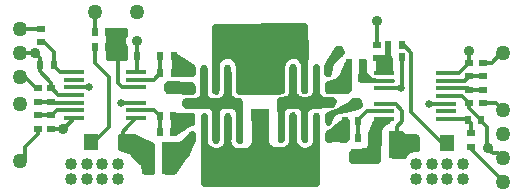
<source format=gbr>
G04 #@! TF.GenerationSoftware,KiCad,Pcbnew,(5.0.0)*
G04 #@! TF.CreationDate,2019-04-05T14:46:39-07:00*
G04 #@! TF.ProjectId,Buffer,4275666665722E6B696361645F706362,rev?*
G04 #@! TF.SameCoordinates,Original*
G04 #@! TF.FileFunction,Copper,L1,Top,Signal*
G04 #@! TF.FilePolarity,Positive*
%FSLAX46Y46*%
G04 Gerber Fmt 4.6, Leading zero omitted, Abs format (unit mm)*
G04 Created by KiCad (PCBNEW (5.0.0)) date 04/05/19 14:46:39*
%MOMM*%
%LPD*%
G01*
G04 APERTURE LIST*
G04 #@! TA.AperFunction,ComponentPad*
%ADD10C,1.270000*%
G04 #@! TD*
G04 #@! TA.AperFunction,ComponentPad*
%ADD11C,1.016000*%
G04 #@! TD*
G04 #@! TA.AperFunction,SMDPad,CuDef*
%ADD12R,1.750000X0.300000*%
G04 #@! TD*
G04 #@! TA.AperFunction,SMDPad,CuDef*
%ADD13R,1.500000X1.016000*%
G04 #@! TD*
G04 #@! TA.AperFunction,SMDPad,CuDef*
%ADD14R,0.508000X0.711000*%
G04 #@! TD*
G04 #@! TA.AperFunction,SMDPad,CuDef*
%ADD15R,0.711000X0.508000*%
G04 #@! TD*
G04 #@! TA.AperFunction,SMDPad,CuDef*
%ADD16R,0.889000X1.000000*%
G04 #@! TD*
G04 #@! TA.AperFunction,SMDPad,CuDef*
%ADD17R,1.300000X1.400000*%
G04 #@! TD*
G04 #@! TA.AperFunction,BGAPad,CuDef*
%ADD18C,0.400000*%
G04 #@! TD*
G04 #@! TA.AperFunction,ViaPad*
%ADD19C,0.889000*%
G04 #@! TD*
G04 #@! TA.AperFunction,ViaPad*
%ADD20C,0.635000*%
G04 #@! TD*
G04 #@! TA.AperFunction,Conductor*
%ADD21C,0.330200*%
G04 #@! TD*
G04 #@! TA.AperFunction,Conductor*
%ADD22C,0.508000*%
G04 #@! TD*
G04 #@! TA.AperFunction,Conductor*
%ADD23C,0.254000*%
G04 #@! TD*
G04 APERTURE END LIST*
D10*
G04 #@! TO.P,TP1,1*
G04 #@! TO.N,/GNDB1*
X9906000Y15494000D03*
G04 #@! TD*
D11*
G04 #@! TO.P,TP2,1*
G04 #@! TO.N,/GNDB1*
X19748500Y12334900D03*
G04 #@! TD*
G04 #@! TO.P,TP2,1*
G04 #@! TO.N,/GNDB1*
X21082000Y12334900D03*
G04 #@! TD*
G04 #@! TO.P,TP2,1*
G04 #@! TO.N,/GNDB1*
X18415000Y12334900D03*
G04 #@! TD*
G04 #@! TO.P,TP2,1*
G04 #@! TO.N,/GNDB1*
X18415000Y13604900D03*
G04 #@! TD*
G04 #@! TO.P,TP2,1*
G04 #@! TO.N,/GNDB1*
X22415500Y12334900D03*
G04 #@! TD*
G04 #@! TO.P,TP2,1*
G04 #@! TO.N,/GNDB1*
X21082000Y13604900D03*
G04 #@! TD*
G04 #@! TO.P,TP2,1*
G04 #@! TO.N,/GNDB1*
X22415500Y13604900D03*
G04 #@! TD*
G04 #@! TO.P,TP2,1*
G04 #@! TO.N,/GNDB1*
X19748500Y13604900D03*
G04 #@! TD*
G04 #@! TO.P,TP2,1*
G04 #@! TO.N,/Vc2Pos*
X21082000Y1397000D03*
G04 #@! TD*
G04 #@! TO.P,TP2,1*
G04 #@! TO.N,/Vc2Pos*
X22415500Y1397000D03*
G04 #@! TD*
G04 #@! TO.P,TP2,1*
G04 #@! TO.N,/LfNeg*
X8318500Y1397000D03*
G04 #@! TD*
G04 #@! TO.P,TP2,1*
G04 #@! TO.N,/CfNeg*
X37528500Y1397000D03*
G04 #@! TD*
G04 #@! TO.P,TP2,1*
G04 #@! TO.N,/CfNeg*
X36195000Y1397000D03*
G04 #@! TD*
G04 #@! TO.P,TP2,1*
G04 #@! TO.N,/CfNeg*
X33528000Y2667000D03*
G04 #@! TD*
G04 #@! TO.P,TP2,1*
G04 #@! TO.N,/CfNeg*
X33528000Y1397000D03*
G04 #@! TD*
G04 #@! TO.P,TP2,1*
G04 #@! TO.N,/CfNeg*
X36195000Y2667000D03*
G04 #@! TD*
G04 #@! TO.P,TP2,1*
G04 #@! TO.N,/CfNeg*
X34861500Y2667000D03*
G04 #@! TD*
G04 #@! TO.P,TP2,1*
G04 #@! TO.N,/CfNeg*
X34861500Y1397000D03*
G04 #@! TD*
G04 #@! TO.P,TP2,1*
G04 #@! TO.N,/CfNeg*
X37528500Y2667000D03*
G04 #@! TD*
D10*
G04 #@! TO.P,TP11,1*
G04 #@! TO.N,/PWMLow2*
X40894000Y12065000D03*
G04 #@! TD*
D11*
G04 #@! TO.P,TP2,1*
G04 #@! TO.N,/Vc2Pos*
X19748500Y1397000D03*
G04 #@! TD*
G04 #@! TO.P,TP2,1*
G04 #@! TO.N,/Vc2Pos*
X18415000Y1397000D03*
G04 #@! TD*
G04 #@! TO.P,TP2,1*
G04 #@! TO.N,/Vc2Pos*
X22415500Y2667000D03*
G04 #@! TD*
G04 #@! TO.P,TP2,1*
G04 #@! TO.N,/Vc2Pos*
X21082000Y2667000D03*
G04 #@! TD*
G04 #@! TO.P,TP2,1*
G04 #@! TO.N,/Vc2Pos*
X19748500Y2667000D03*
G04 #@! TD*
G04 #@! TO.P,TP2,1*
G04 #@! TO.N,/Vc2Pos*
X18415000Y2667000D03*
G04 #@! TD*
D12*
G04 #@! TO.P,Inf2,13*
G04 #@! TO.N,/VDDB2*
X30850300Y10368200D03*
G04 #@! TO.P,Inf2,12*
G04 #@! TO.N,/PWMB2*
X30850300Y9718200D03*
G04 #@! TO.P,Inf2,11*
G04 #@! TO.N,/GNDB1*
X30850300Y9068200D03*
G04 #@! TO.P,Inf2,10*
G04 #@! TO.N,/VDDT2*
X30850300Y7768200D03*
G04 #@! TO.P,Inf2,9*
G04 #@! TO.N,/PWMT2*
X30850300Y7118200D03*
G04 #@! TO.P,Inf2,1*
G04 #@! TO.N,/GNDI*
X36100300Y10368200D03*
G04 #@! TO.P,Inf2,2*
G04 #@! TO.N,/InB2*
X36100300Y9718200D03*
G04 #@! TO.P,Inf2,3*
G04 #@! TO.N,/InT2*
X36100300Y9068200D03*
G04 #@! TO.P,Inf2,4*
G04 #@! TO.N,/GNDI*
X36100300Y8418200D03*
G04 #@! TO.P,Inf2,5*
G04 #@! TO.N,/Disable2*
X36100300Y7768200D03*
G04 #@! TO.P,Inf2,6*
G04 #@! TO.N,Net-(Inf2-Pad6)*
X36100300Y7118200D03*
G04 #@! TO.P,Inf2,7*
G04 #@! TO.N,/VDDI2*
X36100300Y6468200D03*
G04 #@! TO.P,Inf2,8*
G04 #@! TO.N,/CfNeg*
X30850300Y6468200D03*
G04 #@! TD*
D11*
G04 #@! TO.P,TP2,1*
G04 #@! TO.N,/LfNeg*
X6985000Y2667000D03*
G04 #@! TD*
G04 #@! TO.P,TP2,1*
G04 #@! TO.N,/LfNeg*
X5638800Y2667000D03*
G04 #@! TD*
G04 #@! TO.P,TP2,1*
G04 #@! TO.N,/LfNeg*
X8318500Y2667000D03*
G04 #@! TD*
G04 #@! TO.P,TP2,1*
G04 #@! TO.N,/LfNeg*
X6985000Y1397000D03*
G04 #@! TD*
G04 #@! TO.P,TP2,1*
G04 #@! TO.N,/LfNeg*
X5651500Y1397000D03*
G04 #@! TD*
G04 #@! TO.P,TP2,1*
G04 #@! TO.N,/LfNeg*
X4318000Y2667000D03*
G04 #@! TD*
G04 #@! TO.P,TP2,1*
G04 #@! TO.N,/LfNeg*
X4318000Y1397000D03*
G04 #@! TD*
D12*
G04 #@! TO.P,Inf1,13*
G04 #@! TO.N,/VDDT1*
X9854000Y6548200D03*
G04 #@! TO.P,Inf1,12*
G04 #@! TO.N,/PWMT1*
X9854000Y7198200D03*
G04 #@! TO.P,Inf1,11*
G04 #@! TO.N,/LfNeg*
X9854000Y7848200D03*
G04 #@! TO.P,Inf1,10*
G04 #@! TO.N,/VDDB1*
X9854000Y9148200D03*
G04 #@! TO.P,Inf1,9*
G04 #@! TO.N,/PWMB1*
X9854000Y9798200D03*
G04 #@! TO.P,Inf1,1*
G04 #@! TO.N,/GNDI*
X4604000Y6548200D03*
G04 #@! TO.P,Inf1,2*
G04 #@! TO.N,/InT1*
X4604000Y7198200D03*
G04 #@! TO.P,Inf1,3*
G04 #@! TO.N,/InB1*
X4604000Y7848200D03*
G04 #@! TO.P,Inf1,4*
G04 #@! TO.N,/GNDI*
X4604000Y8498200D03*
G04 #@! TO.P,Inf1,5*
G04 #@! TO.N,/Disable1*
X4604000Y9148200D03*
G04 #@! TO.P,Inf1,6*
G04 #@! TO.N,Net-(Inf1-Pad6)*
X4604000Y9798200D03*
G04 #@! TO.P,Inf1,7*
G04 #@! TO.N,/VDDI1*
X4604000Y10448200D03*
G04 #@! TO.P,Inf1,8*
G04 #@! TO.N,/GNDB1*
X9854000Y10448200D03*
G04 #@! TD*
D13*
G04 #@! TO.P,C13,1*
G04 #@! TO.N,/Vc2Pos*
X20307300Y6777700D03*
G04 #@! TO.P,C13,2*
G04 #@! TO.N,/GNDB1*
X20307300Y8995700D03*
G04 #@! TD*
D10*
G04 #@! TO.P,TP16,1*
G04 #@! TO.N,/GNDI*
X0Y12065000D03*
G04 #@! TD*
G04 #@! TO.P,TP15,1*
G04 #@! TO.N,/5.5V_Iso*
X6350000Y15494000D03*
G04 #@! TD*
G04 #@! TO.P,TP17,1*
G04 #@! TO.N,/5V*
X0Y14097000D03*
G04 #@! TD*
G04 #@! TO.P,TP5,1*
G04 #@! TO.N,/GNDI*
X40894000Y3175000D03*
G04 #@! TD*
G04 #@! TO.P,TP10,1*
G04 #@! TO.N,/PWMHigh2*
X40894000Y7239000D03*
G04 #@! TD*
G04 #@! TO.P,TP9,1*
G04 #@! TO.N,/Disable2*
X40894000Y5207000D03*
G04 #@! TD*
G04 #@! TO.P,TP6,1*
G04 #@! TO.N,/Disable1*
X0Y7731000D03*
G04 #@! TD*
G04 #@! TO.P,TP4,1*
G04 #@! TO.N,/5V*
X40894000Y1143000D03*
G04 #@! TD*
G04 #@! TO.P,TP3,1*
G04 #@! TO.N,/PWMLow1*
X0Y10033000D03*
G04 #@! TD*
G04 #@! TO.P,TP2,1*
G04 #@! TO.N,/PWMHigh1*
X0Y2921000D03*
G04 #@! TD*
D14*
G04 #@! TO.P,C1,1*
G04 #@! TO.N,/VDDI1*
X2853000Y11049000D03*
G04 #@! TO.P,C1,2*
G04 #@! TO.N,/GNDI*
X1719000Y11049000D03*
G04 #@! TD*
D15*
G04 #@! TO.P,C2,1*
G04 #@! TO.N,/InB1*
X2667000Y7942000D03*
G04 #@! TO.P,C2,2*
G04 #@! TO.N,/GNDI*
X2667000Y9076000D03*
G04 #@! TD*
G04 #@! TO.P,C3,1*
G04 #@! TO.N,/InT1*
X2667000Y6790000D03*
G04 #@! TO.P,C3,2*
G04 #@! TO.N,/GNDI*
X2667000Y5656000D03*
G04 #@! TD*
D14*
G04 #@! TO.P,C4,1*
G04 #@! TO.N,/VDDB1*
X8767500Y11811000D03*
G04 #@! TO.P,C4,2*
G04 #@! TO.N,/GNDB1*
X9901500Y11811000D03*
G04 #@! TD*
D16*
G04 #@! TO.P,C5,1*
G04 #@! TO.N,/VDDT1*
X10759561Y4005246D03*
G04 #@! TO.P,C5,2*
G04 #@! TO.N,/LfNeg*
X12459561Y4005246D03*
G04 #@! TD*
G04 #@! TO.P,C6,2*
G04 #@! TO.N,/LfNeg*
X12445693Y2325142D03*
G04 #@! TO.P,C6,1*
G04 #@! TO.N,/VDDT1*
X10745693Y2325142D03*
G04 #@! TD*
G04 #@! TO.P,C7,2*
G04 #@! TO.N,/CfNeg*
X29934800Y4978400D03*
G04 #@! TO.P,C7,1*
G04 #@! TO.N,/VDDT2*
X31634800Y4978400D03*
G04 #@! TD*
D14*
G04 #@! TO.P,C8,2*
G04 #@! TO.N,/GNDB1*
X32317000Y11684000D03*
G04 #@! TO.P,C8,1*
G04 #@! TO.N,/VDDB2*
X31183000Y11684000D03*
G04 #@! TD*
D16*
G04 #@! TO.P,C9,1*
G04 #@! TO.N,/VDDT2*
X31634800Y3632200D03*
G04 #@! TO.P,C9,2*
G04 #@! TO.N,/CfNeg*
X29934800Y3632200D03*
G04 #@! TD*
D15*
G04 #@! TO.P,C10,2*
G04 #@! TO.N,/GNDI*
X38036500Y11235000D03*
G04 #@! TO.P,C10,1*
G04 #@! TO.N,/InB2*
X38036500Y10101000D03*
G04 #@! TD*
G04 #@! TO.P,C11,1*
G04 #@! TO.N,/InT2*
X38036500Y8949000D03*
G04 #@! TO.P,C11,2*
G04 #@! TO.N,/GNDI*
X38036500Y7815000D03*
G04 #@! TD*
D14*
G04 #@! TO.P,C12,1*
G04 #@! TO.N,/VDDI2*
X37914000Y6413500D03*
G04 #@! TO.P,C12,2*
G04 #@! TO.N,/GNDI*
X39048000Y6413500D03*
G04 #@! TD*
D17*
G04 #@! TO.P,D1,2*
G04 #@! TO.N,Net-(D1-Pad2)*
X6043000Y4508500D03*
G04 #@! TO.P,D1,1*
G04 #@! TO.N,/VDDT1*
X8943000Y4508500D03*
G04 #@! TD*
D14*
G04 #@! TO.P,D2,1*
G04 #@! TO.N,/PWMB1*
X11879593Y10350500D03*
G04 #@! TO.P,D2,2*
G04 #@! TO.N,/GateB1*
X13013593Y10350500D03*
G04 #@! TD*
G04 #@! TO.P,D3,2*
G04 #@! TO.N,/GateT1*
X12962200Y5384800D03*
G04 #@! TO.P,D3,1*
G04 #@! TO.N,/PWMT1*
X11828200Y5384800D03*
G04 #@! TD*
G04 #@! TO.P,D4,1*
G04 #@! TO.N,/PWMT2*
X28634000Y4877842D03*
G04 #@! TO.P,D4,2*
G04 #@! TO.N,/GateT2*
X27500000Y4877842D03*
G04 #@! TD*
G04 #@! TO.P,D5,1*
G04 #@! TO.N,/PWMB2*
X28888000Y9906000D03*
G04 #@! TO.P,D5,2*
G04 #@! TO.N,/GateB2*
X27754000Y9906000D03*
G04 #@! TD*
D17*
G04 #@! TO.P,D6,2*
G04 #@! TO.N,Net-(D6-Pad2)*
X36121000Y4445000D03*
G04 #@! TO.P,D6,1*
G04 #@! TO.N,/VDDT2*
X33221000Y4445000D03*
G04 #@! TD*
D18*
G04 #@! TO.P,Q1,G*
G04 #@! TO.N,/GateT1*
X14561193Y6700042D03*
G04 #@! TO.P,Q1,D*
G04 #@! TO.N,/Vc2Pos*
X15561193Y6700042D03*
G04 #@! TO.P,Q1,S*
G04 #@! TO.N,/LfNeg*
X16561193Y6700042D03*
G04 #@! TO.P,Q1,D*
G04 #@! TO.N,/Vc2Pos*
X17561193Y6700042D03*
G04 #@! TO.P,Q1,S*
G04 #@! TO.N,/LfNeg*
X18561193Y6700042D03*
G04 #@! TO.P,Q1,G*
G04 #@! TO.N,/GateT1*
X14561193Y6200042D03*
G04 #@! TO.P,Q1,D*
G04 #@! TO.N,/Vc2Pos*
X15561193Y6200042D03*
G04 #@! TO.P,Q1,S*
G04 #@! TO.N,/LfNeg*
X16561193Y6200042D03*
G04 #@! TO.P,Q1,D*
G04 #@! TO.N,/Vc2Pos*
X17561193Y6200042D03*
G04 #@! TO.P,Q1,S*
G04 #@! TO.N,/LfNeg*
X18561193Y6200042D03*
G04 #@! TO.P,Q1,D*
G04 #@! TO.N,/Vc2Pos*
X15561193Y5700042D03*
G04 #@! TO.P,Q1,S2*
G04 #@! TO.N,/LfNeg*
X16561193Y5700042D03*
G04 #@! TO.P,Q1,D*
G04 #@! TO.N,/Vc2Pos*
X17561193Y5700042D03*
G04 #@! TO.P,Q1,S*
G04 #@! TO.N,/LfNeg*
X18561193Y5700042D03*
X14561193Y5200042D03*
G04 #@! TO.P,Q1,D*
G04 #@! TO.N,/Vc2Pos*
X15561193Y5200042D03*
G04 #@! TO.P,Q1,S*
G04 #@! TO.N,/LfNeg*
X16561193Y5200042D03*
G04 #@! TO.P,Q1,D*
G04 #@! TO.N,/Vc2Pos*
X17561193Y5200042D03*
G04 #@! TO.P,Q1,S*
G04 #@! TO.N,/LfNeg*
X18561193Y5200042D03*
X14561193Y4700042D03*
G04 #@! TO.P,Q1,D*
G04 #@! TO.N,/Vc2Pos*
X15561193Y4700042D03*
G04 #@! TO.P,Q1,S*
G04 #@! TO.N,/LfNeg*
X16561193Y4700042D03*
G04 #@! TO.P,Q1,D*
G04 #@! TO.N,/Vc2Pos*
X17561193Y4700042D03*
G04 #@! TO.P,Q1,S*
G04 #@! TO.N,/LfNeg*
X18561193Y4700042D03*
G04 #@! TD*
G04 #@! TO.P,Q2,S*
G04 #@! TO.N,/GNDB1*
X18548493Y8822342D03*
G04 #@! TO.P,Q2,D*
G04 #@! TO.N,/LfNeg*
X17548493Y8822342D03*
G04 #@! TO.P,Q2,S*
G04 #@! TO.N,/GNDB1*
X16548493Y8822342D03*
G04 #@! TO.P,Q2,D*
G04 #@! TO.N,/LfNeg*
X15548493Y8822342D03*
G04 #@! TO.P,Q2,S*
G04 #@! TO.N,/GNDB1*
X14548493Y8822342D03*
X18548493Y9322342D03*
G04 #@! TO.P,Q2,D*
G04 #@! TO.N,/LfNeg*
X17548493Y9322342D03*
G04 #@! TO.P,Q2,S*
G04 #@! TO.N,/GNDB1*
X16548493Y9322342D03*
G04 #@! TO.P,Q2,D*
G04 #@! TO.N,/LfNeg*
X15548493Y9322342D03*
G04 #@! TO.P,Q2,S*
G04 #@! TO.N,/GNDB1*
X14548493Y9322342D03*
X18548493Y9822342D03*
G04 #@! TO.P,Q2,D*
G04 #@! TO.N,/LfNeg*
X17548493Y9822342D03*
G04 #@! TO.P,Q2,S2*
G04 #@! TO.N,/GNDB1*
X16548493Y9822342D03*
G04 #@! TO.P,Q2,D*
G04 #@! TO.N,/LfNeg*
X15548493Y9822342D03*
G04 #@! TO.P,Q2,S*
G04 #@! TO.N,/GNDB1*
X18548493Y10322342D03*
G04 #@! TO.P,Q2,D*
G04 #@! TO.N,/LfNeg*
X17548493Y10322342D03*
G04 #@! TO.P,Q2,S*
G04 #@! TO.N,/GNDB1*
X16548493Y10322342D03*
G04 #@! TO.P,Q2,D*
G04 #@! TO.N,/LfNeg*
X15548493Y10322342D03*
G04 #@! TO.P,Q2,G*
G04 #@! TO.N,/GateB1*
X14548493Y10322342D03*
G04 #@! TO.P,Q2,S*
G04 #@! TO.N,/GNDB1*
X18548493Y10822342D03*
G04 #@! TO.P,Q2,D*
G04 #@! TO.N,/LfNeg*
X17548493Y10822342D03*
G04 #@! TO.P,Q2,S*
G04 #@! TO.N,/GNDB1*
X16548493Y10822342D03*
G04 #@! TO.P,Q2,D*
G04 #@! TO.N,/LfNeg*
X15548493Y10822342D03*
G04 #@! TO.P,Q2,G*
G04 #@! TO.N,/GateB1*
X14548493Y10822342D03*
G04 #@! TD*
G04 #@! TO.P,Q3,S*
G04 #@! TO.N,/CfNeg*
X22079200Y6763542D03*
G04 #@! TO.P,Q3,D*
G04 #@! TO.N,/Vc2Pos*
X23079200Y6763542D03*
G04 #@! TO.P,Q3,S*
G04 #@! TO.N,/CfNeg*
X24079200Y6763542D03*
G04 #@! TO.P,Q3,D*
G04 #@! TO.N,/Vc2Pos*
X25079200Y6763542D03*
G04 #@! TO.P,Q3,S*
G04 #@! TO.N,/CfNeg*
X26079200Y6763542D03*
X22079200Y6263542D03*
G04 #@! TO.P,Q3,D*
G04 #@! TO.N,/Vc2Pos*
X23079200Y6263542D03*
G04 #@! TO.P,Q3,S*
G04 #@! TO.N,/CfNeg*
X24079200Y6263542D03*
G04 #@! TO.P,Q3,D*
G04 #@! TO.N,/Vc2Pos*
X25079200Y6263542D03*
G04 #@! TO.P,Q3,S*
G04 #@! TO.N,/CfNeg*
X26079200Y6263542D03*
X22079200Y5763542D03*
G04 #@! TO.P,Q3,D*
G04 #@! TO.N,/Vc2Pos*
X23079200Y5763542D03*
G04 #@! TO.P,Q3,S2*
G04 #@! TO.N,/CfNeg*
X24079200Y5763542D03*
G04 #@! TO.P,Q3,D*
G04 #@! TO.N,/Vc2Pos*
X25079200Y5763542D03*
G04 #@! TO.P,Q3,S*
G04 #@! TO.N,/CfNeg*
X22079200Y5263542D03*
G04 #@! TO.P,Q3,D*
G04 #@! TO.N,/Vc2Pos*
X23079200Y5263542D03*
G04 #@! TO.P,Q3,S*
G04 #@! TO.N,/CfNeg*
X24079200Y5263542D03*
G04 #@! TO.P,Q3,D*
G04 #@! TO.N,/Vc2Pos*
X25079200Y5263542D03*
G04 #@! TO.P,Q3,G*
G04 #@! TO.N,/GateT2*
X26079200Y5263542D03*
G04 #@! TO.P,Q3,S*
G04 #@! TO.N,/CfNeg*
X22079200Y4763542D03*
G04 #@! TO.P,Q3,D*
G04 #@! TO.N,/Vc2Pos*
X23079200Y4763542D03*
G04 #@! TO.P,Q3,S*
G04 #@! TO.N,/CfNeg*
X24079200Y4763542D03*
G04 #@! TO.P,Q3,D*
G04 #@! TO.N,/Vc2Pos*
X25079200Y4763542D03*
G04 #@! TO.P,Q3,G*
G04 #@! TO.N,/GateT2*
X26079200Y4763542D03*
G04 #@! TD*
G04 #@! TO.P,Q4,G*
G04 #@! TO.N,/GateB2*
X26067793Y8885842D03*
G04 #@! TO.P,Q4,D*
G04 #@! TO.N,/CfNeg*
X25067793Y8885842D03*
G04 #@! TO.P,Q4,S*
G04 #@! TO.N,/GNDB1*
X24067793Y8885842D03*
G04 #@! TO.P,Q4,D*
G04 #@! TO.N,/CfNeg*
X23067793Y8885842D03*
G04 #@! TO.P,Q4,S*
G04 #@! TO.N,/GNDB1*
X22067793Y8885842D03*
G04 #@! TO.P,Q4,G*
G04 #@! TO.N,/GateB2*
X26067793Y9385842D03*
G04 #@! TO.P,Q4,D*
G04 #@! TO.N,/CfNeg*
X25067793Y9385842D03*
G04 #@! TO.P,Q4,S*
G04 #@! TO.N,/GNDB1*
X24067793Y9385842D03*
G04 #@! TO.P,Q4,D*
G04 #@! TO.N,/CfNeg*
X23067793Y9385842D03*
G04 #@! TO.P,Q4,S*
G04 #@! TO.N,/GNDB1*
X22067793Y9385842D03*
G04 #@! TO.P,Q4,D*
G04 #@! TO.N,/CfNeg*
X25067793Y9885842D03*
G04 #@! TO.P,Q4,S2*
G04 #@! TO.N,/GNDB1*
X24067793Y9885842D03*
G04 #@! TO.P,Q4,D*
G04 #@! TO.N,/CfNeg*
X23067793Y9885842D03*
G04 #@! TO.P,Q4,S*
G04 #@! TO.N,/GNDB1*
X22067793Y9885842D03*
X26067793Y10385842D03*
G04 #@! TO.P,Q4,D*
G04 #@! TO.N,/CfNeg*
X25067793Y10385842D03*
G04 #@! TO.P,Q4,S*
G04 #@! TO.N,/GNDB1*
X24067793Y10385842D03*
G04 #@! TO.P,Q4,D*
G04 #@! TO.N,/CfNeg*
X23067793Y10385842D03*
G04 #@! TO.P,Q4,S*
G04 #@! TO.N,/GNDB1*
X22067793Y10385842D03*
X26067793Y10885842D03*
G04 #@! TO.P,Q4,D*
G04 #@! TO.N,/CfNeg*
X25067793Y10885842D03*
G04 #@! TO.P,Q4,S*
G04 #@! TO.N,/GNDB1*
X24067793Y10885842D03*
G04 #@! TO.P,Q4,D*
G04 #@! TO.N,/CfNeg*
X23067793Y10885842D03*
G04 #@! TO.P,Q4,S*
G04 #@! TO.N,/GNDB1*
X22067793Y10885842D03*
G04 #@! TD*
D15*
G04 #@! TO.P,R1,1*
G04 #@! TO.N,/5V*
X1752600Y14105200D03*
G04 #@! TO.P,R1,2*
G04 #@! TO.N,/VDDI1*
X1752600Y12971200D03*
G04 #@! TD*
G04 #@! TO.P,R2,1*
G04 #@! TO.N,/PWMHigh1*
X1524000Y5656000D03*
G04 #@! TO.P,R2,2*
G04 #@! TO.N,/InT1*
X1524000Y6790000D03*
G04 #@! TD*
G04 #@! TO.P,R3,2*
G04 #@! TO.N,/InB1*
X1524000Y7941999D03*
G04 #@! TO.P,R3,1*
G04 #@! TO.N,/PWMLow1*
X1524000Y9076001D03*
G04 #@! TD*
D14*
G04 #@! TO.P,R4,1*
G04 #@! TO.N,/VDDB1*
X7477301Y13839843D03*
G04 #@! TO.P,R4,2*
G04 #@! TO.N,/5.5V_Iso*
X6343301Y13839843D03*
G04 #@! TD*
G04 #@! TO.P,R5,2*
G04 #@! TO.N,Net-(D1-Pad2)*
X6356001Y12527872D03*
G04 #@! TO.P,R5,1*
G04 #@! TO.N,/VDDB1*
X7490001Y12527872D03*
G04 #@! TD*
G04 #@! TO.P,R6,1*
G04 #@! TO.N,/GateB1*
X13025700Y11836400D03*
G04 #@! TO.P,R6,2*
G04 #@! TO.N,/PWMB1*
X11891700Y11836400D03*
G04 #@! TD*
G04 #@! TO.P,R7,1*
G04 #@! TO.N,/GateT1*
X12962200Y6757442D03*
G04 #@! TO.P,R7,2*
G04 #@! TO.N,/PWMT1*
X11828200Y6757442D03*
G04 #@! TD*
G04 #@! TO.P,R8,1*
G04 #@! TO.N,/PWMT2*
X28634000Y6262142D03*
G04 #@! TO.P,R8,2*
G04 #@! TO.N,/GateT2*
X27500000Y6262142D03*
G04 #@! TD*
G04 #@! TO.P,R9,2*
G04 #@! TO.N,/GateB2*
X27817500Y11176000D03*
G04 #@! TO.P,R9,1*
G04 #@! TO.N,/PWMB2*
X28951500Y11176000D03*
G04 #@! TD*
G04 #@! TO.P,R10,2*
G04 #@! TO.N,/VDDB2*
X31183000Y12700000D03*
G04 #@! TO.P,R10,1*
G04 #@! TO.N,Net-(D6-Pad2)*
X32317000Y12700000D03*
G04 #@! TD*
D15*
G04 #@! TO.P,R11,1*
G04 #@! TO.N,/5.5V_Iso*
X30226000Y12769942D03*
G04 #@! TO.P,R11,2*
G04 #@! TO.N,/VDDB2*
X30226000Y11635942D03*
G04 #@! TD*
G04 #@! TO.P,R12,1*
G04 #@! TO.N,/InT2*
X39243000Y8949000D03*
G04 #@! TO.P,R12,2*
G04 #@! TO.N,/PWMHigh2*
X39243000Y7815000D03*
G04 #@! TD*
G04 #@! TO.P,R13,1*
G04 #@! TO.N,/InB2*
X39243000Y10101000D03*
G04 #@! TO.P,R13,2*
G04 #@! TO.N,/PWMLow2*
X39243000Y11235000D03*
G04 #@! TD*
G04 #@! TO.P,R14,2*
G04 #@! TO.N,/5V*
X38227000Y4132000D03*
G04 #@! TO.P,R14,1*
G04 #@! TO.N,/VDDI2*
X38227000Y5266000D03*
G04 #@! TD*
D19*
G04 #@! TO.N,/GNDI*
X3683000Y5651500D03*
X1270000Y12065000D03*
X39624000Y4013200D03*
X38036500Y12255500D03*
D20*
G04 #@! TO.N,/GNDB1*
X32258000Y9080500D03*
D19*
X9906000Y13081000D03*
X12674600Y9194800D03*
X26949400Y12166600D03*
D20*
G04 #@! TO.N,/Disable1*
X5867400Y9144000D03*
G04 #@! TO.N,/Disable2*
X34671000Y7747000D03*
D19*
G04 #@! TO.N,/CfNeg*
X23266400Y7874000D03*
X26162000Y7874000D03*
X25196800Y7874000D03*
X24231600Y7874000D03*
X22301200Y7874000D03*
X28384500Y3429000D03*
X28448000Y7823200D03*
G04 #@! TO.N,/5.5V_Iso*
X30226000Y14732000D03*
G04 #@! TO.N,/LfNeg*
X16319500Y7823200D03*
X14389100Y7823200D03*
X18249900Y7823200D03*
X17284700Y7823200D03*
X15354300Y7823200D03*
D20*
X8534400Y7848600D03*
D19*
X13563600Y3556000D03*
G04 #@! TD*
D21*
G04 #@! TO.N,/GNDI*
X2692893Y9064342D02*
X2591393Y9064342D01*
X4603793Y8499242D02*
X3257993Y8499242D01*
X3257993Y8499242D02*
X2692893Y9064342D01*
X3710551Y5656000D02*
X4603793Y6549242D01*
X0Y12293600D02*
X209335Y12293600D01*
X2540000Y5656000D02*
X3710551Y5656000D01*
X2472000Y5588000D02*
X2540000Y5656000D01*
X2481000Y5715000D02*
X2540000Y5656000D01*
X2535500Y5651500D02*
X2540000Y5656000D01*
X1719593Y10783342D02*
X1719593Y10662907D01*
X2667000Y9555593D02*
X2667000Y9461500D01*
X1719593Y10503000D02*
X2667000Y9555593D01*
X1719593Y10604500D02*
X1719593Y10503000D01*
X2667000Y9461500D02*
X2667000Y9076000D01*
X1719593Y11290200D02*
X1719593Y10604500D01*
X1719593Y11615407D02*
X1719593Y11290200D01*
X417510Y12065000D02*
X1270000Y12065000D01*
X1270000Y12065000D02*
X1719593Y11615407D01*
X37169700Y10368200D02*
X38036500Y11235000D01*
X36100300Y10368200D02*
X37169700Y10368200D01*
X38036500Y12255500D02*
X38036500Y12255500D01*
X37433300Y8418200D02*
X38036500Y7815000D01*
X36100300Y8418200D02*
X37433300Y8418200D01*
X38036500Y7425000D02*
X39048000Y6413500D01*
X38036500Y7815000D02*
X38036500Y7425000D01*
X39573200Y5786800D02*
X39573200Y4902200D01*
X39048000Y6413500D02*
X39048000Y6312000D01*
X39048000Y6312000D02*
X39573200Y5786800D01*
X39573200Y4902200D02*
X39573200Y4013200D01*
X40017699Y3568701D02*
X40476490Y3568701D01*
X39573200Y4013200D02*
X40017699Y3568701D01*
X38036500Y12255500D02*
X38036500Y11235000D01*
G04 #@! TO.N,/VDDI1*
X1752600Y12971200D02*
X2065600Y12971200D01*
X2065600Y12971200D02*
X2857500Y12179300D01*
X2853000Y12174800D02*
X2853000Y11049000D01*
X2857500Y12179300D02*
X2853000Y12174800D01*
X3394800Y10448200D02*
X4604000Y10448200D01*
X2853000Y11049000D02*
X2853000Y10990000D01*
X2853000Y10990000D02*
X3394800Y10448200D01*
G04 #@! TO.N,/InB1*
X2591393Y7930342D02*
X2610658Y7930342D01*
X2691758Y7849242D02*
X4603793Y7849242D01*
X2610658Y7930342D02*
X2691758Y7849242D01*
X2666999Y7941999D02*
X2667000Y7942000D01*
X1397000Y7941999D02*
X2666999Y7941999D01*
G04 #@! TO.N,/InT1*
X2481000Y6731000D02*
X2540000Y6790000D01*
X2540000Y6790000D02*
X2599000Y6790000D01*
X2667000Y6790000D02*
X2726000Y6790000D01*
X3135242Y7199242D02*
X4603793Y7199242D01*
X2726000Y6790000D02*
X3135242Y7199242D01*
X1397000Y6790000D02*
X2667000Y6790000D01*
G04 #@! TO.N,/VDDB1*
X8280400Y11404600D02*
X7874000Y11811000D01*
X8280400Y9517435D02*
X8280400Y11404600D01*
X9853793Y9149242D02*
X8648593Y9149242D01*
X8648593Y9149242D02*
X8280400Y9517435D01*
G04 #@! TO.N,/GNDB1*
X14417335Y8953500D02*
X14548493Y8822342D01*
X12636500Y9271000D02*
X12636500Y9271000D01*
X9906000Y11815500D02*
X9901500Y11811000D01*
X9906000Y13081000D02*
X9906000Y13081000D01*
X9901500Y10496949D02*
X9853793Y10449242D01*
X9901500Y11811000D02*
X9901500Y10496949D01*
X14548493Y9105184D02*
X14548493Y8822342D01*
X14382677Y9271000D02*
X14548493Y9105184D01*
X12636500Y9271000D02*
X12636500Y9271000D01*
X9906000Y13081000D02*
X9906000Y11815500D01*
X32317000Y11684000D02*
X32317000Y9139500D01*
X30850300Y9068200D02*
X32245700Y9068200D01*
X32245700Y9068200D02*
X32258000Y9080500D01*
X32317000Y9139500D02*
X32258000Y9080500D01*
X32321800Y9017000D02*
X32317000Y9021800D01*
X9906000Y13081000D02*
X9906000Y13081000D01*
X12636500Y9271000D02*
X12636500Y9271000D01*
G04 #@! TO.N,/VDDT1*
X9070000Y5765449D02*
X9853793Y6549242D01*
X9070000Y5765449D02*
X9067449Y5765449D01*
X9067449Y5765449D02*
X8689000Y5387000D01*
X8689000Y4762500D02*
X8943000Y4508500D01*
X8689000Y5387000D02*
X8689000Y4762500D01*
G04 #@! TO.N,/VDDT2*
X33348000Y4191000D02*
X33348000Y4519000D01*
X31796802Y7768200D02*
X32385000Y7180002D01*
X30850300Y7768200D02*
X31796802Y7768200D01*
X31888800Y5808600D02*
X31888800Y4978400D01*
X32385000Y6304800D02*
X31888800Y5808600D01*
X32385000Y7180002D02*
X32385000Y6304800D01*
D22*
G04 #@! TO.N,/VDDB2*
X31183000Y12700000D02*
X31183000Y11684000D01*
D21*
G04 #@! TO.N,/InB2*
X37653700Y9718200D02*
X38036500Y10101000D01*
X36100300Y9718200D02*
X37653700Y9718200D01*
X38036500Y10101000D02*
X39243000Y10101000D01*
G04 #@! TO.N,/InT2*
X37917300Y9068200D02*
X38036500Y8949000D01*
X36100300Y9068200D02*
X37917300Y9068200D01*
X39052500Y8949000D02*
X39057000Y8953500D01*
X38036500Y8949000D02*
X39243000Y8949000D01*
G04 #@! TO.N,/VDDI2*
X37859300Y6468200D02*
X37914000Y6413500D01*
X36100300Y6468200D02*
X37859300Y6468200D01*
X38227000Y6100500D02*
X37914000Y6413500D01*
X38227000Y5266000D02*
X38227000Y6100500D01*
G04 #@! TO.N,Net-(D1-Pad2)*
X6356001Y11690001D02*
X6356001Y12527872D01*
X6356001Y11169999D02*
X6356001Y11690001D01*
X7518400Y10007600D02*
X6356001Y11169999D01*
X7518400Y5779900D02*
X7518400Y10007600D01*
X6043000Y4254500D02*
X6043000Y4304500D01*
X6043000Y4304500D02*
X7518400Y5779900D01*
G04 #@! TO.N,/PWMB1*
X11891700Y10362607D02*
X11879593Y10350500D01*
X11891700Y11836400D02*
X11891700Y10362607D01*
X11328335Y9799242D02*
X11879593Y10350500D01*
X9853793Y9799242D02*
X11328335Y9799242D01*
G04 #@! TO.N,/PWMT1*
X11386400Y7199242D02*
X11828200Y6757442D01*
X9853793Y7199242D02*
X11386400Y7199242D01*
X11828200Y6757442D02*
X11828200Y5384800D01*
G04 #@! TO.N,/PWMT2*
X30850300Y7118200D02*
X29617058Y7118200D01*
X29388558Y7118200D02*
X30850300Y7118200D01*
X28634000Y6262142D02*
X28634000Y6363642D01*
X28634000Y6363642D02*
X29388558Y7118200D01*
X28634000Y6262142D02*
X28634000Y4877842D01*
G04 #@! TO.N,/PWMB2*
X28951500Y9969500D02*
X28888000Y9906000D01*
X29075800Y9718200D02*
X28888000Y9906000D01*
G04 #@! TO.N,Net-(D6-Pad2)*
X35763200Y4445000D02*
X36375000Y4445000D01*
X33147000Y7061200D02*
X35763200Y4445000D01*
X33147000Y12035002D02*
X33147000Y7061200D01*
X32317000Y12700000D02*
X32482002Y12700000D01*
X32482002Y12700000D02*
X33147000Y12035002D01*
G04 #@! TO.N,/Disable1*
X5863200Y9148200D02*
X5867400Y9144000D01*
X4604000Y9148200D02*
X5863200Y9148200D01*
G04 #@! TO.N,/Disable2*
X34692200Y7768200D02*
X34671000Y7747000D01*
X36100300Y7768200D02*
X34692200Y7768200D01*
G04 #@! TO.N,/CfNeg*
X30123411Y3374244D02*
X30110711Y3361544D01*
G04 #@! TO.N,/5V*
X425710Y14105200D02*
X417510Y14097000D01*
X1752600Y14105200D02*
X425710Y14105200D01*
X38227000Y3903400D02*
X40476490Y1653910D01*
X38227000Y4191000D02*
X38227000Y3903400D01*
G04 #@! TO.N,/PWMHigh1*
X417510Y4100510D02*
X417510Y2921000D01*
X425710Y4100510D02*
X417510Y4100510D01*
X1524000Y5656000D02*
X1524000Y5198800D01*
X1524000Y5198800D02*
X425710Y4100510D01*
G04 #@! TO.N,/PWMLow1*
X1397000Y9076001D02*
X1397000Y9080500D01*
X444500Y10033000D02*
X417510Y10033000D01*
X1397000Y9080500D02*
X444500Y10033000D01*
G04 #@! TO.N,/5.5V_Iso*
X6350000Y13846542D02*
X6343301Y13839843D01*
X6343301Y15069791D02*
X6350000Y15076490D01*
X6343301Y14795500D02*
X6343301Y15069791D01*
X6343301Y13839843D02*
X6343301Y14795500D01*
X30226000Y14732000D02*
X30226000Y14732000D01*
X30226000Y12769942D02*
X30226000Y14732000D01*
X30226000Y14732000D02*
X30226000Y14859000D01*
G04 #@! TO.N,/PWMHigh2*
X40318000Y7815000D02*
X40476490Y7656510D01*
X39243000Y7815000D02*
X40318000Y7815000D01*
G04 #@! TO.N,/PWMLow2*
X39928700Y11235000D02*
X40476490Y11782790D01*
X39243000Y11235000D02*
X39928700Y11235000D01*
G04 #@! TO.N,/LfNeg*
X9853600Y7848600D02*
X9854000Y7848200D01*
X8534400Y7848600D02*
X9853600Y7848600D01*
G04 #@! TD*
D23*
G04 #@! TO.N,/GNDB1*
G36*
X14462689Y9479422D02*
X14541232Y9463492D01*
X14581941Y9448227D01*
X14587034Y9446253D01*
X14623279Y9431755D01*
X14677562Y9378780D01*
X14686117Y9358818D01*
X14706600Y9259024D01*
X14706600Y8867314D01*
X14646178Y8703978D01*
X14639649Y8696361D01*
X14578612Y8655836D01*
X14507470Y8654889D01*
X14484032Y8661715D01*
X14470292Y8664901D01*
X14400907Y8676975D01*
X14386895Y8678618D01*
X13012940Y8762740D01*
X13012705Y8762754D01*
X13011947Y8762799D01*
X13011879Y8762803D01*
X12471765Y8794574D01*
X12327117Y8862101D01*
X12268200Y9010466D01*
X12268200Y9345914D01*
X12334476Y9501344D01*
X12492516Y9561122D01*
X14462689Y9479422D01*
X14462689Y9479422D01*
G37*
X14462689Y9479422D02*
X14541232Y9463492D01*
X14581941Y9448227D01*
X14587034Y9446253D01*
X14623279Y9431755D01*
X14677562Y9378780D01*
X14686117Y9358818D01*
X14706600Y9259024D01*
X14706600Y8867314D01*
X14646178Y8703978D01*
X14639649Y8696361D01*
X14578612Y8655836D01*
X14507470Y8654889D01*
X14484032Y8661715D01*
X14470292Y8664901D01*
X14400907Y8676975D01*
X14386895Y8678618D01*
X13012940Y8762740D01*
X13012705Y8762754D01*
X13011947Y8762799D01*
X13011879Y8762803D01*
X12471765Y8794574D01*
X12327117Y8862101D01*
X12268200Y9010466D01*
X12268200Y9345914D01*
X12334476Y9501344D01*
X12492516Y9561122D01*
X14462689Y9479422D01*
G04 #@! TO.N,/Vc2Pos*
G36*
X20830657Y7087565D02*
X20894552Y6936196D01*
X20915855Y4560973D01*
X20924097Y4517093D01*
X21001997Y4311604D01*
X21024915Y4273289D01*
X21107140Y4178729D01*
X21150318Y4146494D01*
X21389906Y4037331D01*
X21442563Y4025900D01*
X22326974Y4025900D01*
X22378007Y4036605D01*
X22611665Y4139140D01*
X22654095Y4169449D01*
X22768021Y4293281D01*
X22792877Y4333120D01*
X22876719Y4548086D01*
X22885400Y4594233D01*
X22885400Y4786882D01*
X22885399Y4787319D01*
X22885392Y4789355D01*
X22885390Y4789732D01*
X22873091Y6708446D01*
X22886645Y6775569D01*
X22892855Y6790061D01*
X22904282Y6813357D01*
X22924925Y6850514D01*
X22970517Y6901581D01*
X23027207Y6929376D01*
X23103084Y6932947D01*
X23169772Y6903131D01*
X23222286Y6847619D01*
X23225729Y6842453D01*
X23250165Y6776774D01*
X23251703Y6764473D01*
X23253664Y6732584D01*
X23250759Y4788912D01*
X23250760Y4788159D01*
X23250777Y4784326D01*
X23250783Y4783545D01*
X23252367Y4633859D01*
X23261911Y4586884D01*
X23351460Y4369216D01*
X23377736Y4329124D01*
X23602377Y4097463D01*
X23644048Y4068919D01*
X23871981Y3972445D01*
X23921483Y3962400D01*
X24271643Y3962400D01*
X24326028Y3974634D01*
X24571760Y4091081D01*
X24615668Y4125426D01*
X24796873Y4346899D01*
X24817139Y4381791D01*
X24888548Y4567742D01*
X24896845Y4607230D01*
X24904197Y4761612D01*
X24904305Y4764635D01*
X24904664Y4779737D01*
X24904700Y4782755D01*
X24904700Y6257030D01*
X24904690Y6258653D01*
X24904586Y6266792D01*
X24904554Y6268424D01*
X24893391Y6703774D01*
X24902077Y6772165D01*
X24922664Y6821864D01*
X24931525Y6837814D01*
X24977117Y6888881D01*
X25033807Y6916676D01*
X25109684Y6920247D01*
X25176372Y6890431D01*
X25228886Y6834919D01*
X25232329Y6829753D01*
X25256765Y6764074D01*
X25258337Y6751495D01*
X25260300Y6719976D01*
X25260300Y4821706D01*
X25258746Y4793654D01*
X25257166Y4779435D01*
X25256567Y4772131D01*
X25254629Y4735583D01*
X25254452Y4728264D01*
X25271393Y1105310D01*
X25208660Y952208D01*
X25055934Y888569D01*
X15596501Y876731D01*
X15443605Y939998D01*
X15380502Y1092964D01*
X15392390Y6193031D01*
X15392381Y6194815D01*
X15392277Y6203693D01*
X15392244Y6205460D01*
X15381091Y6640441D01*
X15389777Y6708832D01*
X15410364Y6758531D01*
X15419225Y6774481D01*
X15464817Y6825548D01*
X15521507Y6853343D01*
X15597384Y6856914D01*
X15664072Y6827098D01*
X15716586Y6771586D01*
X15720029Y6766420D01*
X15744465Y6700741D01*
X15746037Y6688162D01*
X15748000Y6656643D01*
X15748000Y4773825D01*
X15748081Y4769297D01*
X15748888Y4746676D01*
X15749130Y4742155D01*
X15765547Y4512321D01*
X15776166Y4469799D01*
X15863818Y4272541D01*
X15888260Y4236160D01*
X16019868Y4099069D01*
X16061689Y4070190D01*
X16290729Y3972569D01*
X16340524Y3962400D01*
X16823129Y3962400D01*
X16875608Y3973750D01*
X17114551Y4082175D01*
X17157649Y4114195D01*
X17262994Y4234589D01*
X17283843Y4267484D01*
X17360715Y4443890D01*
X17370615Y4481557D01*
X17387685Y4646571D01*
X17388358Y4660118D01*
X17388227Y4694830D01*
X17387777Y4702660D01*
X17387912Y4702668D01*
X17386170Y4732403D01*
X17373947Y6639155D01*
X17383345Y6707863D01*
X17404264Y6758364D01*
X17413125Y6774314D01*
X17458717Y6825381D01*
X17515407Y6853176D01*
X17591284Y6856747D01*
X17657972Y6826931D01*
X17710486Y6771419D01*
X17713929Y6766253D01*
X17738365Y6700574D01*
X17739937Y6687995D01*
X17741900Y6656476D01*
X17741900Y4758206D01*
X17740346Y4730142D01*
X17734958Y4681650D01*
X17734181Y4667875D01*
X17734046Y4598990D01*
X17734769Y4585212D01*
X17747672Y4464782D01*
X17753769Y4437254D01*
X17799061Y4304677D01*
X17811080Y4279174D01*
X17884777Y4159415D01*
X17930417Y4115431D01*
X18197546Y3964349D01*
X18258758Y3947900D01*
X19146588Y3938747D01*
X19206359Y3952996D01*
X19471002Y4090224D01*
X19517088Y4130866D01*
X19619559Y4279449D01*
X19636184Y4313522D01*
X19692311Y4492360D01*
X19698137Y4529822D01*
X19708876Y6935264D01*
X19772420Y7087233D01*
X19924675Y7150100D01*
X20678722Y7150100D01*
X20830657Y7087565D01*
X20830657Y7087565D01*
G37*
X20830657Y7087565D02*
X20894552Y6936196D01*
X20915855Y4560973D01*
X20924097Y4517093D01*
X21001997Y4311604D01*
X21024915Y4273289D01*
X21107140Y4178729D01*
X21150318Y4146494D01*
X21389906Y4037331D01*
X21442563Y4025900D01*
X22326974Y4025900D01*
X22378007Y4036605D01*
X22611665Y4139140D01*
X22654095Y4169449D01*
X22768021Y4293281D01*
X22792877Y4333120D01*
X22876719Y4548086D01*
X22885400Y4594233D01*
X22885400Y4786882D01*
X22885399Y4787319D01*
X22885392Y4789355D01*
X22885390Y4789732D01*
X22873091Y6708446D01*
X22886645Y6775569D01*
X22892855Y6790061D01*
X22904282Y6813357D01*
X22924925Y6850514D01*
X22970517Y6901581D01*
X23027207Y6929376D01*
X23103084Y6932947D01*
X23169772Y6903131D01*
X23222286Y6847619D01*
X23225729Y6842453D01*
X23250165Y6776774D01*
X23251703Y6764473D01*
X23253664Y6732584D01*
X23250759Y4788912D01*
X23250760Y4788159D01*
X23250777Y4784326D01*
X23250783Y4783545D01*
X23252367Y4633859D01*
X23261911Y4586884D01*
X23351460Y4369216D01*
X23377736Y4329124D01*
X23602377Y4097463D01*
X23644048Y4068919D01*
X23871981Y3972445D01*
X23921483Y3962400D01*
X24271643Y3962400D01*
X24326028Y3974634D01*
X24571760Y4091081D01*
X24615668Y4125426D01*
X24796873Y4346899D01*
X24817139Y4381791D01*
X24888548Y4567742D01*
X24896845Y4607230D01*
X24904197Y4761612D01*
X24904305Y4764635D01*
X24904664Y4779737D01*
X24904700Y4782755D01*
X24904700Y6257030D01*
X24904690Y6258653D01*
X24904586Y6266792D01*
X24904554Y6268424D01*
X24893391Y6703774D01*
X24902077Y6772165D01*
X24922664Y6821864D01*
X24931525Y6837814D01*
X24977117Y6888881D01*
X25033807Y6916676D01*
X25109684Y6920247D01*
X25176372Y6890431D01*
X25228886Y6834919D01*
X25232329Y6829753D01*
X25256765Y6764074D01*
X25258337Y6751495D01*
X25260300Y6719976D01*
X25260300Y4821706D01*
X25258746Y4793654D01*
X25257166Y4779435D01*
X25256567Y4772131D01*
X25254629Y4735583D01*
X25254452Y4728264D01*
X25271393Y1105310D01*
X25208660Y952208D01*
X25055934Y888569D01*
X15596501Y876731D01*
X15443605Y939998D01*
X15380502Y1092964D01*
X15392390Y6193031D01*
X15392381Y6194815D01*
X15392277Y6203693D01*
X15392244Y6205460D01*
X15381091Y6640441D01*
X15389777Y6708832D01*
X15410364Y6758531D01*
X15419225Y6774481D01*
X15464817Y6825548D01*
X15521507Y6853343D01*
X15597384Y6856914D01*
X15664072Y6827098D01*
X15716586Y6771586D01*
X15720029Y6766420D01*
X15744465Y6700741D01*
X15746037Y6688162D01*
X15748000Y6656643D01*
X15748000Y4773825D01*
X15748081Y4769297D01*
X15748888Y4746676D01*
X15749130Y4742155D01*
X15765547Y4512321D01*
X15776166Y4469799D01*
X15863818Y4272541D01*
X15888260Y4236160D01*
X16019868Y4099069D01*
X16061689Y4070190D01*
X16290729Y3972569D01*
X16340524Y3962400D01*
X16823129Y3962400D01*
X16875608Y3973750D01*
X17114551Y4082175D01*
X17157649Y4114195D01*
X17262994Y4234589D01*
X17283843Y4267484D01*
X17360715Y4443890D01*
X17370615Y4481557D01*
X17387685Y4646571D01*
X17388358Y4660118D01*
X17388227Y4694830D01*
X17387777Y4702660D01*
X17387912Y4702668D01*
X17386170Y4732403D01*
X17373947Y6639155D01*
X17383345Y6707863D01*
X17404264Y6758364D01*
X17413125Y6774314D01*
X17458717Y6825381D01*
X17515407Y6853176D01*
X17591284Y6856747D01*
X17657972Y6826931D01*
X17710486Y6771419D01*
X17713929Y6766253D01*
X17738365Y6700574D01*
X17739937Y6687995D01*
X17741900Y6656476D01*
X17741900Y4758206D01*
X17740346Y4730142D01*
X17734958Y4681650D01*
X17734181Y4667875D01*
X17734046Y4598990D01*
X17734769Y4585212D01*
X17747672Y4464782D01*
X17753769Y4437254D01*
X17799061Y4304677D01*
X17811080Y4279174D01*
X17884777Y4159415D01*
X17930417Y4115431D01*
X18197546Y3964349D01*
X18258758Y3947900D01*
X19146588Y3938747D01*
X19206359Y3952996D01*
X19471002Y4090224D01*
X19517088Y4130866D01*
X19619559Y4279449D01*
X19636184Y4313522D01*
X19692311Y4492360D01*
X19698137Y4529822D01*
X19708876Y6935264D01*
X19772420Y7087233D01*
X19924675Y7150100D01*
X20678722Y7150100D01*
X20830657Y7087565D01*
G04 #@! TO.N,/GNDB1*
G36*
X24194834Y14414335D02*
X24258634Y14262188D01*
X24268257Y12245590D01*
X24268254Y12242634D01*
X24257011Y10682811D01*
X24257009Y10682340D01*
X24257001Y10680052D01*
X24257000Y10679608D01*
X24257000Y8936505D01*
X24255446Y8908446D01*
X24249532Y8855221D01*
X24240289Y8813137D01*
X24217244Y8775850D01*
X24217094Y8775700D01*
X24052241Y8775700D01*
X23970913Y8742013D01*
X23942633Y8763613D01*
X23922236Y8791913D01*
X23905351Y8845966D01*
X23903952Y8855762D01*
X23901400Y8891664D01*
X23901400Y10346629D01*
X23901391Y10348171D01*
X23901297Y10355912D01*
X23901268Y10357467D01*
X23889168Y10853539D01*
X23888696Y10861815D01*
X23884985Y10903088D01*
X23883972Y10911321D01*
X23840214Y11191367D01*
X23827362Y11230452D01*
X23733547Y11410477D01*
X23708874Y11443402D01*
X23557404Y11588814D01*
X23518360Y11614403D01*
X23306619Y11702759D01*
X23260966Y11712512D01*
X23003823Y11719105D01*
X22960324Y11712602D01*
X22754893Y11643967D01*
X22716220Y11623016D01*
X22524099Y11470644D01*
X22495939Y11439430D01*
X22384472Y11264651D01*
X22368045Y11225954D01*
X22262636Y10786030D01*
X22260017Y10771337D01*
X22251277Y10697356D01*
X22250400Y10682456D01*
X22250400Y8936505D01*
X22248846Y8908443D01*
X22241154Y8839212D01*
X22235116Y8811725D01*
X22234985Y8805126D01*
X22233880Y8805310D01*
X22228957Y8775700D01*
X22121841Y8775700D01*
X21900020Y8683819D01*
X18581322Y8661913D01*
X18429259Y8724900D01*
X18402287Y8724900D01*
X18398239Y8730516D01*
X18382878Y8782532D01*
X18378454Y8822346D01*
X18376900Y8850406D01*
X18376900Y10311131D01*
X18376890Y10312754D01*
X18376786Y10320893D01*
X18376754Y10322525D01*
X18364750Y10790673D01*
X18364180Y10799875D01*
X18359662Y10845713D01*
X18358425Y10854846D01*
X18303842Y11171245D01*
X18290893Y11209150D01*
X18198246Y11383875D01*
X18174137Y11415861D01*
X18001833Y11581784D01*
X17959718Y11608688D01*
X17731348Y11697382D01*
X17682115Y11705955D01*
X17416261Y11699138D01*
X17379396Y11692676D01*
X17203782Y11634204D01*
X17170401Y11617277D01*
X16964613Y11471234D01*
X16930184Y11434598D01*
X16800321Y11225192D01*
X16782805Y11178066D01*
X16731339Y10852114D01*
X16730174Y10842240D01*
X16726289Y10792722D01*
X16725900Y10782789D01*
X16725900Y8885705D01*
X16724346Y8857646D01*
X16718432Y8804421D01*
X16709189Y8762337D01*
X16686144Y8725050D01*
X16676405Y8715311D01*
X16655485Y8696587D01*
X16645640Y8688710D01*
X16617681Y8675682D01*
X16498859Y8724900D01*
X16402821Y8724900D01*
X16391639Y8740415D01*
X16376278Y8792431D01*
X16371854Y8832245D01*
X16370300Y8860305D01*
X16370300Y10322576D01*
X16370296Y10323582D01*
X16370256Y10328630D01*
X16370244Y10329643D01*
X16362209Y10834975D01*
X16362177Y10839546D01*
X16369559Y14238329D01*
X16432694Y14390385D01*
X16584693Y14453665D01*
X24042186Y14476933D01*
X24194834Y14414335D01*
X24194834Y14414335D01*
G37*
X24194834Y14414335D02*
X24258634Y14262188D01*
X24268257Y12245590D01*
X24268254Y12242634D01*
X24257011Y10682811D01*
X24257009Y10682340D01*
X24257001Y10680052D01*
X24257000Y10679608D01*
X24257000Y8936505D01*
X24255446Y8908446D01*
X24249532Y8855221D01*
X24240289Y8813137D01*
X24217244Y8775850D01*
X24217094Y8775700D01*
X24052241Y8775700D01*
X23970913Y8742013D01*
X23942633Y8763613D01*
X23922236Y8791913D01*
X23905351Y8845966D01*
X23903952Y8855762D01*
X23901400Y8891664D01*
X23901400Y10346629D01*
X23901391Y10348171D01*
X23901297Y10355912D01*
X23901268Y10357467D01*
X23889168Y10853539D01*
X23888696Y10861815D01*
X23884985Y10903088D01*
X23883972Y10911321D01*
X23840214Y11191367D01*
X23827362Y11230452D01*
X23733547Y11410477D01*
X23708874Y11443402D01*
X23557404Y11588814D01*
X23518360Y11614403D01*
X23306619Y11702759D01*
X23260966Y11712512D01*
X23003823Y11719105D01*
X22960324Y11712602D01*
X22754893Y11643967D01*
X22716220Y11623016D01*
X22524099Y11470644D01*
X22495939Y11439430D01*
X22384472Y11264651D01*
X22368045Y11225954D01*
X22262636Y10786030D01*
X22260017Y10771337D01*
X22251277Y10697356D01*
X22250400Y10682456D01*
X22250400Y8936505D01*
X22248846Y8908443D01*
X22241154Y8839212D01*
X22235116Y8811725D01*
X22234985Y8805126D01*
X22233880Y8805310D01*
X22228957Y8775700D01*
X22121841Y8775700D01*
X21900020Y8683819D01*
X18581322Y8661913D01*
X18429259Y8724900D01*
X18402287Y8724900D01*
X18398239Y8730516D01*
X18382878Y8782532D01*
X18378454Y8822346D01*
X18376900Y8850406D01*
X18376900Y10311131D01*
X18376890Y10312754D01*
X18376786Y10320893D01*
X18376754Y10322525D01*
X18364750Y10790673D01*
X18364180Y10799875D01*
X18359662Y10845713D01*
X18358425Y10854846D01*
X18303842Y11171245D01*
X18290893Y11209150D01*
X18198246Y11383875D01*
X18174137Y11415861D01*
X18001833Y11581784D01*
X17959718Y11608688D01*
X17731348Y11697382D01*
X17682115Y11705955D01*
X17416261Y11699138D01*
X17379396Y11692676D01*
X17203782Y11634204D01*
X17170401Y11617277D01*
X16964613Y11471234D01*
X16930184Y11434598D01*
X16800321Y11225192D01*
X16782805Y11178066D01*
X16731339Y10852114D01*
X16730174Y10842240D01*
X16726289Y10792722D01*
X16725900Y10782789D01*
X16725900Y8885705D01*
X16724346Y8857646D01*
X16718432Y8804421D01*
X16709189Y8762337D01*
X16686144Y8725050D01*
X16676405Y8715311D01*
X16655485Y8696587D01*
X16645640Y8688710D01*
X16617681Y8675682D01*
X16498859Y8724900D01*
X16402821Y8724900D01*
X16391639Y8740415D01*
X16376278Y8792431D01*
X16371854Y8832245D01*
X16370300Y8860305D01*
X16370300Y10322576D01*
X16370296Y10323582D01*
X16370256Y10328630D01*
X16370244Y10329643D01*
X16362209Y10834975D01*
X16362177Y10839546D01*
X16369559Y14238329D01*
X16432694Y14390385D01*
X16584693Y14453665D01*
X24042186Y14476933D01*
X24194834Y14414335D01*
G04 #@! TO.N,/LfNeg*
G36*
X15638672Y10941731D02*
X15691186Y10886219D01*
X15694629Y10881053D01*
X15719065Y10815374D01*
X15720637Y10802795D01*
X15722600Y10771276D01*
X15722600Y8889659D01*
X15722615Y8887716D01*
X15722764Y8877978D01*
X15722809Y8876026D01*
X15731294Y8599530D01*
X15742598Y8550914D01*
X15843772Y8328114D01*
X15872936Y8287611D01*
X15885776Y8275674D01*
X15926544Y8250197D01*
X16146749Y8165261D01*
X16194064Y8156762D01*
X16836782Y8164918D01*
X16872744Y8170593D01*
X17044833Y8223892D01*
X17077706Y8239536D01*
X17132896Y8276329D01*
X17173793Y8320911D01*
X17310481Y8570043D01*
X17326110Y8628487D01*
X17372095Y10835755D01*
X17386809Y10895303D01*
X17423432Y10931926D01*
X17456979Y10948700D01*
X17490248Y10962480D01*
X17502159Y10966450D01*
X17575240Y10966450D01*
X17595396Y10959731D01*
X17618231Y10950875D01*
X17644236Y10939317D01*
X17702824Y10893471D01*
X17730822Y10814105D01*
X17741863Y10173775D01*
X17741900Y10169454D01*
X17741900Y9421321D01*
X17741903Y9420466D01*
X17741932Y9416156D01*
X17741941Y9415287D01*
X17752364Y8647448D01*
X17768441Y8587304D01*
X17910389Y8332832D01*
X17953116Y8287555D01*
X18014814Y8248292D01*
X18047491Y8233502D01*
X18217949Y8183865D01*
X18253456Y8178800D01*
X18384795Y8178800D01*
X18417768Y8165142D01*
X18537010Y8165142D01*
X18656604Y8115604D01*
X18719800Y7963037D01*
X18719800Y7143068D01*
X18719820Y7140805D01*
X18720022Y7129473D01*
X18720083Y7127203D01*
X18732338Y6784079D01*
X18732500Y6774991D01*
X18732500Y6655844D01*
X18732501Y6655418D01*
X18732508Y6653330D01*
X18732510Y6652921D01*
X18745055Y4745923D01*
X18743508Y4716203D01*
X18737732Y4664221D01*
X18728489Y4622137D01*
X18705444Y4584850D01*
X18695705Y4575111D01*
X18674785Y4556387D01*
X18664940Y4548510D01*
X18635510Y4534797D01*
X18629085Y4533512D01*
X18615149Y4531125D01*
X18587214Y4527134D01*
X18527334Y4526609D01*
X18462977Y4548061D01*
X18430833Y4572613D01*
X18410939Y4600215D01*
X18395578Y4652231D01*
X18391154Y4692045D01*
X18389600Y4720105D01*
X18389600Y6180830D01*
X18389590Y6182453D01*
X18389486Y6190592D01*
X18389454Y6192225D01*
X18378117Y6634344D01*
X18378005Y6637337D01*
X18377268Y6652298D01*
X18377085Y6655289D01*
X18347891Y7055501D01*
X18335009Y7102679D01*
X18228415Y7317653D01*
X18198661Y7356464D01*
X18169944Y7381803D01*
X18130833Y7405366D01*
X17920768Y7484792D01*
X17875852Y7493000D01*
X17200313Y7493000D01*
X17151712Y7483333D01*
X16927205Y7390339D01*
X16886003Y7362809D01*
X16868791Y7345597D01*
X16841261Y7304395D01*
X16748267Y7079888D01*
X16738600Y7031287D01*
X16738600Y4758205D01*
X16737046Y4730146D01*
X16731132Y4676921D01*
X16721889Y4634837D01*
X16698844Y4597550D01*
X16689105Y4587811D01*
X16668185Y4569087D01*
X16658340Y4561210D01*
X16628910Y4547497D01*
X16622485Y4546212D01*
X16608549Y4543825D01*
X16580614Y4539834D01*
X16520734Y4539309D01*
X16456377Y4560761D01*
X16424233Y4585313D01*
X16404339Y4612915D01*
X16388978Y4664931D01*
X16384554Y4704745D01*
X16383000Y4732805D01*
X16383000Y6193530D01*
X16382990Y6195153D01*
X16382886Y6203292D01*
X16382854Y6204924D01*
X16370840Y6673454D01*
X16372842Y6689215D01*
X16376166Y6714341D01*
X16377248Y6732931D01*
X16372260Y7060437D01*
X16361471Y7109761D01*
X16265040Y7328358D01*
X16235881Y7369585D01*
X16233114Y7372189D01*
X16192895Y7397759D01*
X15975292Y7484055D01*
X15928474Y7493000D01*
X14058763Y7493000D01*
X13906196Y7556196D01*
X13843000Y7708763D01*
X13843000Y7959614D01*
X13906949Y8112893D01*
X14060873Y8175275D01*
X14401702Y8171797D01*
X14417768Y8165142D01*
X14679218Y8165142D01*
X14688225Y8168873D01*
X14851673Y8167205D01*
X14892515Y8173512D01*
X15086255Y8236996D01*
X15122909Y8256082D01*
X15168737Y8290453D01*
X15205225Y8333484D01*
X15332069Y8577535D01*
X15346319Y8632125D01*
X15354126Y8881179D01*
X15354162Y8882589D01*
X15354306Y8889705D01*
X15354327Y8891141D01*
X15366946Y10305781D01*
X15366947Y10307979D01*
X15366855Y10318949D01*
X15366817Y10321139D01*
X15355691Y10755074D01*
X15364377Y10823465D01*
X15384964Y10873164D01*
X15393825Y10889114D01*
X15439417Y10940181D01*
X15496107Y10967976D01*
X15571984Y10971547D01*
X15638672Y10941731D01*
X15638672Y10941731D01*
G37*
X15638672Y10941731D02*
X15691186Y10886219D01*
X15694629Y10881053D01*
X15719065Y10815374D01*
X15720637Y10802795D01*
X15722600Y10771276D01*
X15722600Y8889659D01*
X15722615Y8887716D01*
X15722764Y8877978D01*
X15722809Y8876026D01*
X15731294Y8599530D01*
X15742598Y8550914D01*
X15843772Y8328114D01*
X15872936Y8287611D01*
X15885776Y8275674D01*
X15926544Y8250197D01*
X16146749Y8165261D01*
X16194064Y8156762D01*
X16836782Y8164918D01*
X16872744Y8170593D01*
X17044833Y8223892D01*
X17077706Y8239536D01*
X17132896Y8276329D01*
X17173793Y8320911D01*
X17310481Y8570043D01*
X17326110Y8628487D01*
X17372095Y10835755D01*
X17386809Y10895303D01*
X17423432Y10931926D01*
X17456979Y10948700D01*
X17490248Y10962480D01*
X17502159Y10966450D01*
X17575240Y10966450D01*
X17595396Y10959731D01*
X17618231Y10950875D01*
X17644236Y10939317D01*
X17702824Y10893471D01*
X17730822Y10814105D01*
X17741863Y10173775D01*
X17741900Y10169454D01*
X17741900Y9421321D01*
X17741903Y9420466D01*
X17741932Y9416156D01*
X17741941Y9415287D01*
X17752364Y8647448D01*
X17768441Y8587304D01*
X17910389Y8332832D01*
X17953116Y8287555D01*
X18014814Y8248292D01*
X18047491Y8233502D01*
X18217949Y8183865D01*
X18253456Y8178800D01*
X18384795Y8178800D01*
X18417768Y8165142D01*
X18537010Y8165142D01*
X18656604Y8115604D01*
X18719800Y7963037D01*
X18719800Y7143068D01*
X18719820Y7140805D01*
X18720022Y7129473D01*
X18720083Y7127203D01*
X18732338Y6784079D01*
X18732500Y6774991D01*
X18732500Y6655844D01*
X18732501Y6655418D01*
X18732508Y6653330D01*
X18732510Y6652921D01*
X18745055Y4745923D01*
X18743508Y4716203D01*
X18737732Y4664221D01*
X18728489Y4622137D01*
X18705444Y4584850D01*
X18695705Y4575111D01*
X18674785Y4556387D01*
X18664940Y4548510D01*
X18635510Y4534797D01*
X18629085Y4533512D01*
X18615149Y4531125D01*
X18587214Y4527134D01*
X18527334Y4526609D01*
X18462977Y4548061D01*
X18430833Y4572613D01*
X18410939Y4600215D01*
X18395578Y4652231D01*
X18391154Y4692045D01*
X18389600Y4720105D01*
X18389600Y6180830D01*
X18389590Y6182453D01*
X18389486Y6190592D01*
X18389454Y6192225D01*
X18378117Y6634344D01*
X18378005Y6637337D01*
X18377268Y6652298D01*
X18377085Y6655289D01*
X18347891Y7055501D01*
X18335009Y7102679D01*
X18228415Y7317653D01*
X18198661Y7356464D01*
X18169944Y7381803D01*
X18130833Y7405366D01*
X17920768Y7484792D01*
X17875852Y7493000D01*
X17200313Y7493000D01*
X17151712Y7483333D01*
X16927205Y7390339D01*
X16886003Y7362809D01*
X16868791Y7345597D01*
X16841261Y7304395D01*
X16748267Y7079888D01*
X16738600Y7031287D01*
X16738600Y4758205D01*
X16737046Y4730146D01*
X16731132Y4676921D01*
X16721889Y4634837D01*
X16698844Y4597550D01*
X16689105Y4587811D01*
X16668185Y4569087D01*
X16658340Y4561210D01*
X16628910Y4547497D01*
X16622485Y4546212D01*
X16608549Y4543825D01*
X16580614Y4539834D01*
X16520734Y4539309D01*
X16456377Y4560761D01*
X16424233Y4585313D01*
X16404339Y4612915D01*
X16388978Y4664931D01*
X16384554Y4704745D01*
X16383000Y4732805D01*
X16383000Y6193530D01*
X16382990Y6195153D01*
X16382886Y6203292D01*
X16382854Y6204924D01*
X16370840Y6673454D01*
X16372842Y6689215D01*
X16376166Y6714341D01*
X16377248Y6732931D01*
X16372260Y7060437D01*
X16361471Y7109761D01*
X16265040Y7328358D01*
X16235881Y7369585D01*
X16233114Y7372189D01*
X16192895Y7397759D01*
X15975292Y7484055D01*
X15928474Y7493000D01*
X14058763Y7493000D01*
X13906196Y7556196D01*
X13843000Y7708763D01*
X13843000Y7959614D01*
X13906949Y8112893D01*
X14060873Y8175275D01*
X14401702Y8171797D01*
X14417768Y8165142D01*
X14679218Y8165142D01*
X14688225Y8168873D01*
X14851673Y8167205D01*
X14892515Y8173512D01*
X15086255Y8236996D01*
X15122909Y8256082D01*
X15168737Y8290453D01*
X15205225Y8333484D01*
X15332069Y8577535D01*
X15346319Y8632125D01*
X15354126Y8881179D01*
X15354162Y8882589D01*
X15354306Y8889705D01*
X15354327Y8891141D01*
X15366946Y10305781D01*
X15366947Y10307979D01*
X15366855Y10318949D01*
X15366817Y10321139D01*
X15355691Y10755074D01*
X15364377Y10823465D01*
X15384964Y10873164D01*
X15393825Y10889114D01*
X15439417Y10940181D01*
X15496107Y10967976D01*
X15571984Y10971547D01*
X15638672Y10941731D01*
G04 #@! TO.N,/CfNeg*
G36*
X23169772Y11005231D02*
X23222286Y10949719D01*
X23225729Y10944553D01*
X23250165Y10878874D01*
X23251737Y10866295D01*
X23253700Y10834776D01*
X23253700Y9179489D01*
X23253709Y9177962D01*
X23253801Y9170313D01*
X23253829Y9168780D01*
X23263047Y8786310D01*
X23275175Y8735130D01*
X23385058Y8502488D01*
X23416884Y8460611D01*
X23500391Y8388492D01*
X23539116Y8365580D01*
X23746641Y8288371D01*
X23790925Y8280400D01*
X23812113Y8280400D01*
X23937068Y8228642D01*
X24198518Y8228642D01*
X24323473Y8280400D01*
X24402987Y8280400D01*
X24448121Y8288690D01*
X24659056Y8368888D01*
X24698296Y8392677D01*
X24736670Y8426787D01*
X24766910Y8467003D01*
X24873132Y8689551D01*
X24885381Y8738354D01*
X24904220Y9143328D01*
X24904323Y9146278D01*
X24904666Y9161032D01*
X24904700Y9163984D01*
X24904700Y10359130D01*
X24904690Y10360753D01*
X24904586Y10368892D01*
X24904554Y10370524D01*
X24893391Y10805874D01*
X24902077Y10874265D01*
X24922664Y10923964D01*
X24931525Y10939914D01*
X24977117Y10990981D01*
X25033807Y11018776D01*
X25109684Y11022347D01*
X25176372Y10992531D01*
X25228886Y10937019D01*
X25232329Y10931853D01*
X25256765Y10866174D01*
X25258337Y10853595D01*
X25260300Y10822076D01*
X25260300Y8708509D01*
X25272290Y8654641D01*
X25386531Y8410731D01*
X25420239Y8367034D01*
X25449214Y8342889D01*
X25486014Y8321506D01*
X25682518Y8247988D01*
X25724318Y8239965D01*
X25919772Y8235806D01*
X25937068Y8228642D01*
X26198518Y8228642D01*
X26201351Y8229815D01*
X26431107Y8224927D01*
X26588567Y8151241D01*
X26639988Y7985174D01*
X26618650Y7802278D01*
X26479123Y7606253D01*
X26370316Y7553726D01*
X26267683Y7528646D01*
X24722384Y7482921D01*
X24687124Y7476836D01*
X24518572Y7422424D01*
X24486411Y7406745D01*
X24431454Y7369555D01*
X24390292Y7323611D01*
X24259814Y7076162D01*
X24245155Y7016243D01*
X24256883Y4834743D01*
X24255334Y4805337D01*
X24249531Y4753119D01*
X24240289Y4711037D01*
X24217244Y4673750D01*
X24207505Y4664011D01*
X24186585Y4645287D01*
X24176740Y4637410D01*
X24147310Y4623697D01*
X24140885Y4622412D01*
X24126949Y4620025D01*
X24099014Y4616034D01*
X24039134Y4615509D01*
X23974777Y4636961D01*
X23942633Y4661513D01*
X23922739Y4689115D01*
X23907378Y4741131D01*
X23902954Y4780945D01*
X23901400Y4809005D01*
X23901400Y6269730D01*
X23901390Y6271353D01*
X23901286Y6279491D01*
X23901254Y6281123D01*
X23895917Y6489276D01*
X23888129Y6523780D01*
X23877865Y7119131D01*
X23863314Y7176006D01*
X23772530Y7348816D01*
X23733945Y7393076D01*
X23725950Y7398790D01*
X23691701Y7416136D01*
X23511355Y7475314D01*
X23473475Y7481632D01*
X22720741Y7491804D01*
X22686893Y7487684D01*
X22523441Y7444938D01*
X22491909Y7431960D01*
X22447086Y7405992D01*
X22400717Y7359520D01*
X22280067Y7150186D01*
X22263100Y7086768D01*
X22263100Y6447493D01*
X22260067Y6442954D01*
X22250400Y6394353D01*
X22250400Y4834405D01*
X22248846Y4806346D01*
X22242932Y4753121D01*
X22233689Y4711037D01*
X22210644Y4673750D01*
X22200905Y4664011D01*
X22179985Y4645287D01*
X22170140Y4637410D01*
X22140710Y4623697D01*
X22134285Y4622412D01*
X22120349Y4620025D01*
X22092414Y4616034D01*
X22032534Y4615509D01*
X21968177Y4636961D01*
X21936033Y4661513D01*
X21916139Y4689115D01*
X21900778Y4741131D01*
X21896354Y4780945D01*
X21894800Y4809005D01*
X21894800Y6670288D01*
X21894738Y6674249D01*
X21894120Y6694054D01*
X21893935Y6698015D01*
X21844494Y7489067D01*
X21844000Y7504886D01*
X21844000Y8068093D01*
X21900683Y8214152D01*
X21933170Y8230257D01*
X21937068Y8228642D01*
X22198518Y8228642D01*
X22412488Y8317271D01*
X22493567Y8324591D01*
X22538556Y8337291D01*
X22744390Y8439330D01*
X22783640Y8469578D01*
X22806379Y8507168D01*
X22889497Y8721343D01*
X22898100Y8767291D01*
X22898100Y10371830D01*
X22898090Y10373453D01*
X22897986Y10381592D01*
X22897954Y10383224D01*
X22886791Y10818574D01*
X22895477Y10886965D01*
X22916064Y10936664D01*
X22924925Y10952614D01*
X22970517Y11003681D01*
X23027207Y11031476D01*
X23103084Y11035047D01*
X23169772Y11005231D01*
X23169772Y11005231D01*
G37*
X23169772Y11005231D02*
X23222286Y10949719D01*
X23225729Y10944553D01*
X23250165Y10878874D01*
X23251737Y10866295D01*
X23253700Y10834776D01*
X23253700Y9179489D01*
X23253709Y9177962D01*
X23253801Y9170313D01*
X23253829Y9168780D01*
X23263047Y8786310D01*
X23275175Y8735130D01*
X23385058Y8502488D01*
X23416884Y8460611D01*
X23500391Y8388492D01*
X23539116Y8365580D01*
X23746641Y8288371D01*
X23790925Y8280400D01*
X23812113Y8280400D01*
X23937068Y8228642D01*
X24198518Y8228642D01*
X24323473Y8280400D01*
X24402987Y8280400D01*
X24448121Y8288690D01*
X24659056Y8368888D01*
X24698296Y8392677D01*
X24736670Y8426787D01*
X24766910Y8467003D01*
X24873132Y8689551D01*
X24885381Y8738354D01*
X24904220Y9143328D01*
X24904323Y9146278D01*
X24904666Y9161032D01*
X24904700Y9163984D01*
X24904700Y10359130D01*
X24904690Y10360753D01*
X24904586Y10368892D01*
X24904554Y10370524D01*
X24893391Y10805874D01*
X24902077Y10874265D01*
X24922664Y10923964D01*
X24931525Y10939914D01*
X24977117Y10990981D01*
X25033807Y11018776D01*
X25109684Y11022347D01*
X25176372Y10992531D01*
X25228886Y10937019D01*
X25232329Y10931853D01*
X25256765Y10866174D01*
X25258337Y10853595D01*
X25260300Y10822076D01*
X25260300Y8708509D01*
X25272290Y8654641D01*
X25386531Y8410731D01*
X25420239Y8367034D01*
X25449214Y8342889D01*
X25486014Y8321506D01*
X25682518Y8247988D01*
X25724318Y8239965D01*
X25919772Y8235806D01*
X25937068Y8228642D01*
X26198518Y8228642D01*
X26201351Y8229815D01*
X26431107Y8224927D01*
X26588567Y8151241D01*
X26639988Y7985174D01*
X26618650Y7802278D01*
X26479123Y7606253D01*
X26370316Y7553726D01*
X26267683Y7528646D01*
X24722384Y7482921D01*
X24687124Y7476836D01*
X24518572Y7422424D01*
X24486411Y7406745D01*
X24431454Y7369555D01*
X24390292Y7323611D01*
X24259814Y7076162D01*
X24245155Y7016243D01*
X24256883Y4834743D01*
X24255334Y4805337D01*
X24249531Y4753119D01*
X24240289Y4711037D01*
X24217244Y4673750D01*
X24207505Y4664011D01*
X24186585Y4645287D01*
X24176740Y4637410D01*
X24147310Y4623697D01*
X24140885Y4622412D01*
X24126949Y4620025D01*
X24099014Y4616034D01*
X24039134Y4615509D01*
X23974777Y4636961D01*
X23942633Y4661513D01*
X23922739Y4689115D01*
X23907378Y4741131D01*
X23902954Y4780945D01*
X23901400Y4809005D01*
X23901400Y6269730D01*
X23901390Y6271353D01*
X23901286Y6279491D01*
X23901254Y6281123D01*
X23895917Y6489276D01*
X23888129Y6523780D01*
X23877865Y7119131D01*
X23863314Y7176006D01*
X23772530Y7348816D01*
X23733945Y7393076D01*
X23725950Y7398790D01*
X23691701Y7416136D01*
X23511355Y7475314D01*
X23473475Y7481632D01*
X22720741Y7491804D01*
X22686893Y7487684D01*
X22523441Y7444938D01*
X22491909Y7431960D01*
X22447086Y7405992D01*
X22400717Y7359520D01*
X22280067Y7150186D01*
X22263100Y7086768D01*
X22263100Y6447493D01*
X22260067Y6442954D01*
X22250400Y6394353D01*
X22250400Y4834405D01*
X22248846Y4806346D01*
X22242932Y4753121D01*
X22233689Y4711037D01*
X22210644Y4673750D01*
X22200905Y4664011D01*
X22179985Y4645287D01*
X22170140Y4637410D01*
X22140710Y4623697D01*
X22134285Y4622412D01*
X22120349Y4620025D01*
X22092414Y4616034D01*
X22032534Y4615509D01*
X21968177Y4636961D01*
X21936033Y4661513D01*
X21916139Y4689115D01*
X21900778Y4741131D01*
X21896354Y4780945D01*
X21894800Y4809005D01*
X21894800Y6670288D01*
X21894738Y6674249D01*
X21894120Y6694054D01*
X21893935Y6698015D01*
X21844494Y7489067D01*
X21844000Y7504886D01*
X21844000Y8068093D01*
X21900683Y8214152D01*
X21933170Y8230257D01*
X21937068Y8228642D01*
X22198518Y8228642D01*
X22412488Y8317271D01*
X22493567Y8324591D01*
X22538556Y8337291D01*
X22744390Y8439330D01*
X22783640Y8469578D01*
X22806379Y8507168D01*
X22889497Y8721343D01*
X22898100Y8767291D01*
X22898100Y10371830D01*
X22898090Y10373453D01*
X22897986Y10381592D01*
X22897954Y10383224D01*
X22886791Y10818574D01*
X22895477Y10886965D01*
X22916064Y10936664D01*
X22924925Y10952614D01*
X22970517Y11003681D01*
X23027207Y11031476D01*
X23103084Y11035047D01*
X23169772Y11005231D01*
G04 #@! TO.N,/GateT2*
G36*
X27581816Y6483980D02*
X27699736Y6432439D01*
X27747734Y6313032D01*
X27738889Y4853594D01*
X27674422Y4701089D01*
X27520853Y4639195D01*
X26689012Y4648140D01*
X26687030Y4648146D01*
X26677138Y4648098D01*
X26675163Y4648073D01*
X26108610Y4636511D01*
X26041906Y4644032D01*
X26017001Y4650259D01*
X25935635Y4725606D01*
X25933713Y4731372D01*
X25920700Y4811560D01*
X25920700Y5264011D01*
X25956740Y5374841D01*
X26030315Y5440030D01*
X26092296Y5474542D01*
X26094085Y5475557D01*
X26102976Y5480698D01*
X26104745Y5481740D01*
X26399529Y5658611D01*
X26406690Y5663242D01*
X26441678Y5687570D01*
X26448512Y5692671D01*
X27057704Y6180024D01*
X27061303Y6183013D01*
X27079005Y6198277D01*
X27082487Y6201393D01*
X27316750Y6418923D01*
X27493920Y6486073D01*
X27581816Y6483980D01*
X27581816Y6483980D01*
G37*
X27581816Y6483980D02*
X27699736Y6432439D01*
X27747734Y6313032D01*
X27738889Y4853594D01*
X27674422Y4701089D01*
X27520853Y4639195D01*
X26689012Y4648140D01*
X26687030Y4648146D01*
X26677138Y4648098D01*
X26675163Y4648073D01*
X26108610Y4636511D01*
X26041906Y4644032D01*
X26017001Y4650259D01*
X25935635Y4725606D01*
X25933713Y4731372D01*
X25920700Y4811560D01*
X25920700Y5264011D01*
X25956740Y5374841D01*
X26030315Y5440030D01*
X26092296Y5474542D01*
X26094085Y5475557D01*
X26102976Y5480698D01*
X26104745Y5481740D01*
X26399529Y5658611D01*
X26406690Y5663242D01*
X26441678Y5687570D01*
X26448512Y5692671D01*
X27057704Y6180024D01*
X27061303Y6183013D01*
X27079005Y6198277D01*
X27082487Y6201393D01*
X27316750Y6418923D01*
X27493920Y6486073D01*
X27581816Y6483980D01*
G04 #@! TO.N,/GateB2*
G36*
X27895403Y11385403D02*
X27940000Y11277737D01*
X27940000Y8978763D01*
X27876804Y8826196D01*
X27724237Y8763000D01*
X26372019Y8763000D01*
X26341359Y8775700D01*
X26027304Y8775700D01*
X25922849Y8858531D01*
X25907725Y8923148D01*
X25901046Y8980992D01*
X25901046Y9379327D01*
X25940942Y9505156D01*
X26046055Y9585007D01*
X26834307Y9866170D01*
X26879070Y9893674D01*
X27065479Y10070605D01*
X27095280Y10113873D01*
X27587589Y11295413D01*
X27668154Y11393268D01*
X27788470Y11429697D01*
X27895403Y11385403D01*
X27895403Y11385403D01*
G37*
X27895403Y11385403D02*
X27940000Y11277737D01*
X27940000Y8978763D01*
X27876804Y8826196D01*
X27724237Y8763000D01*
X26372019Y8763000D01*
X26341359Y8775700D01*
X26027304Y8775700D01*
X25922849Y8858531D01*
X25907725Y8923148D01*
X25901046Y8980992D01*
X25901046Y9379327D01*
X25940942Y9505156D01*
X26046055Y9585007D01*
X26834307Y9866170D01*
X26879070Y9893674D01*
X27065479Y10070605D01*
X27095280Y10113873D01*
X27587589Y11295413D01*
X27668154Y11393268D01*
X27788470Y11429697D01*
X27895403Y11385403D01*
G04 #@! TO.N,/GateT1*
G36*
X14209741Y6921500D02*
X14514304Y6921500D01*
X14559299Y6910251D01*
X14638002Y6854097D01*
X14668500Y6751206D01*
X14668500Y6159598D01*
X14619301Y6067670D01*
X14561516Y6029145D01*
X14523807Y6008393D01*
X14010686Y5780339D01*
X13999488Y5774684D01*
X13945027Y5743715D01*
X13934441Y5736982D01*
X13233154Y5240687D01*
X13087308Y5194300D01*
X12992069Y5194300D01*
X12894200Y5235022D01*
X12854107Y5333149D01*
X12862924Y6708664D01*
X12926265Y6860038D01*
X13077736Y6923138D01*
X14192789Y6928522D01*
X14209741Y6921500D01*
X14209741Y6921500D01*
G37*
X14209741Y6921500D02*
X14514304Y6921500D01*
X14559299Y6910251D01*
X14638002Y6854097D01*
X14668500Y6751206D01*
X14668500Y6159598D01*
X14619301Y6067670D01*
X14561516Y6029145D01*
X14523807Y6008393D01*
X14010686Y5780339D01*
X13999488Y5774684D01*
X13945027Y5743715D01*
X13934441Y5736982D01*
X13233154Y5240687D01*
X13087308Y5194300D01*
X12992069Y5194300D01*
X12894200Y5235022D01*
X12854107Y5333149D01*
X12862924Y6708664D01*
X12926265Y6860038D01*
X13077736Y6923138D01*
X14192789Y6928522D01*
X14209741Y6921500D01*
G04 #@! TO.N,/GateB1*
G36*
X13360188Y11832074D02*
X14020267Y11392021D01*
X14022801Y11390374D01*
X14035566Y11382296D01*
X14038138Y11380711D01*
X14571845Y11060486D01*
X14667858Y10956805D01*
X14705275Y10881971D01*
X14732000Y10768760D01*
X14732000Y10376740D01*
X14705275Y10263531D01*
X14698043Y10249066D01*
X14553931Y10160000D01*
X13042763Y10160000D01*
X12979998Y10185998D01*
X12954000Y10248763D01*
X12954000Y11722237D01*
X12998597Y11829903D01*
X13106263Y11874500D01*
X13220063Y11874500D01*
X13360188Y11832074D01*
X13360188Y11832074D01*
G37*
X13360188Y11832074D02*
X14020267Y11392021D01*
X14022801Y11390374D01*
X14035566Y11382296D01*
X14038138Y11380711D01*
X14571845Y11060486D01*
X14667858Y10956805D01*
X14705275Y10881971D01*
X14732000Y10768760D01*
X14732000Y10376740D01*
X14705275Y10263531D01*
X14698043Y10249066D01*
X14553931Y10160000D01*
X13042763Y10160000D01*
X12979998Y10185998D01*
X12954000Y10248763D01*
X12954000Y11722237D01*
X12998597Y11829903D01*
X13106263Y11874500D01*
X13220063Y11874500D01*
X13360188Y11832074D01*
G04 #@! TO.N,/VDDT1*
G36*
X11239500Y4363741D02*
X11239500Y1905000D01*
X10503499Y1905000D01*
X10216101Y2709715D01*
X10186303Y2756803D01*
X9424303Y3518803D01*
X9376768Y3548760D01*
X8382000Y3899855D01*
X8382000Y5080000D01*
X9687606Y5080000D01*
X11239500Y4363741D01*
X11239500Y4363741D01*
G37*
X11239500Y4363741D02*
X11239500Y1905000D01*
X10503499Y1905000D01*
X10216101Y2709715D01*
X10186303Y2756803D01*
X9424303Y3518803D01*
X9376768Y3548760D01*
X8382000Y3899855D01*
X8382000Y5080000D01*
X9687606Y5080000D01*
X11239500Y4363741D01*
G04 #@! TO.N,/VDDB1*
G36*
X8953500Y13602331D02*
X8826500Y13295726D01*
X8826500Y12866274D01*
X8953500Y12559669D01*
X8953500Y11557000D01*
X7366000Y11557000D01*
X7366000Y14097000D01*
X8953500Y14097000D01*
X8953500Y13602331D01*
X8953500Y13602331D01*
G37*
X8953500Y13602331D02*
X8826500Y13295726D01*
X8826500Y12866274D01*
X8953500Y12559669D01*
X8953500Y11557000D01*
X7366000Y11557000D01*
X7366000Y14097000D01*
X8953500Y14097000D01*
X8953500Y13602331D01*
G04 #@! TO.N,/VDDT2*
G36*
X32231689Y5326860D02*
X32521347Y5163760D01*
X32549893Y5151994D01*
X32697612Y5111253D01*
X32728154Y5106723D01*
X33452637Y5088323D01*
X33600035Y5025059D01*
X33663277Y4877657D01*
X33690239Y3810000D01*
X33300643Y3810000D01*
X32880542Y3635989D01*
X32559011Y3314458D01*
X32536119Y3259193D01*
X31590086Y3234813D01*
X31434103Y3295920D01*
X31369000Y3450274D01*
X31369000Y5143637D01*
X31432196Y5296204D01*
X31584763Y5359400D01*
X32107583Y5359400D01*
X32231689Y5326860D01*
X32231689Y5326860D01*
G37*
X32231689Y5326860D02*
X32521347Y5163760D01*
X32549893Y5151994D01*
X32697612Y5111253D01*
X32728154Y5106723D01*
X33452637Y5088323D01*
X33600035Y5025059D01*
X33663277Y4877657D01*
X33690239Y3810000D01*
X33300643Y3810000D01*
X32880542Y3635989D01*
X32559011Y3314458D01*
X32536119Y3259193D01*
X31590086Y3234813D01*
X31434103Y3295920D01*
X31369000Y3450274D01*
X31369000Y5143637D01*
X31432196Y5296204D01*
X31584763Y5359400D01*
X32107583Y5359400D01*
X32231689Y5326860D01*
G04 #@! TO.N,/LfNeg*
G36*
X14704418Y5315348D02*
X14739272Y5190206D01*
X14713542Y4615525D01*
X14689741Y4519103D01*
X14242800Y3567919D01*
X14217187Y3524985D01*
X13812363Y2977282D01*
X13810561Y2974782D01*
X13801711Y2962180D01*
X13799973Y2959639D01*
X13154166Y1990929D01*
X12946146Y1879600D01*
X12348804Y1879600D01*
X12196001Y1943044D01*
X12133072Y2096060D01*
X12140067Y4172081D01*
X12202269Y4322994D01*
X12352316Y4387262D01*
X13372308Y4404697D01*
X13420256Y4414986D01*
X13641313Y4509929D01*
X13681788Y4537617D01*
X14282206Y5148757D01*
X14289697Y5157087D01*
X14325248Y5200311D01*
X14331977Y5209270D01*
X14380910Y5280786D01*
X14554029Y5372100D01*
X14598376Y5372100D01*
X14704418Y5315348D01*
X14704418Y5315348D01*
G37*
X14704418Y5315348D02*
X14739272Y5190206D01*
X14713542Y4615525D01*
X14689741Y4519103D01*
X14242800Y3567919D01*
X14217187Y3524985D01*
X13812363Y2977282D01*
X13810561Y2974782D01*
X13801711Y2962180D01*
X13799973Y2959639D01*
X13154166Y1990929D01*
X12946146Y1879600D01*
X12348804Y1879600D01*
X12196001Y1943044D01*
X12133072Y2096060D01*
X12140067Y4172081D01*
X12202269Y4322994D01*
X12352316Y4387262D01*
X13372308Y4404697D01*
X13420256Y4414986D01*
X13641313Y4509929D01*
X13681788Y4537617D01*
X14282206Y5148757D01*
X14289697Y5157087D01*
X14325248Y5200311D01*
X14331977Y5209270D01*
X14380910Y5280786D01*
X14554029Y5372100D01*
X14598376Y5372100D01*
X14704418Y5315348D01*
G04 #@! TO.N,/VDDB2*
G36*
X31369304Y11707611D02*
X31415560Y11595940D01*
X31415560Y11328500D01*
X31432500Y11243336D01*
X31432500Y10566263D01*
X31411531Y10515640D01*
X30246969Y10515640D01*
X30226000Y10566263D01*
X30226000Y11555044D01*
X30289196Y11707611D01*
X30441763Y11770807D01*
X31216737Y11770807D01*
X31369304Y11707611D01*
X31369304Y11707611D01*
G37*
X31369304Y11707611D02*
X31415560Y11595940D01*
X31415560Y11328500D01*
X31432500Y11243336D01*
X31432500Y10566263D01*
X31411531Y10515640D01*
X30246969Y10515640D01*
X30226000Y10566263D01*
X30226000Y11555044D01*
X30289196Y11707611D01*
X30441763Y11770807D01*
X31216737Y11770807D01*
X31369304Y11707611D01*
G04 #@! TO.N,/CfNeg*
G36*
X31178994Y6186439D02*
X31037849Y6174677D01*
X30974826Y6151637D01*
X30711058Y5964183D01*
X30668574Y5912242D01*
X30515264Y5567297D01*
X30507715Y5544895D01*
X30480678Y5430363D01*
X30477412Y5406952D01*
X30368021Y3000337D01*
X30301424Y2853878D01*
X30152091Y2794000D01*
X28155763Y2794000D01*
X28003196Y2857196D01*
X27940000Y3009763D01*
X27940000Y3618987D01*
X27997626Y3766030D01*
X28139816Y3834765D01*
X28661601Y3874902D01*
X28888000Y3874902D01*
X29030762Y3903299D01*
X29180591Y3914824D01*
X29226124Y3927109D01*
X29434730Y4027949D01*
X29474279Y4057804D01*
X29497701Y4095950D01*
X29582244Y4311675D01*
X29591000Y4358015D01*
X29591000Y5376007D01*
X29615102Y5483828D01*
X29989467Y6279354D01*
X30024295Y6318100D01*
X30929099Y6318100D01*
X30942472Y6320760D01*
X31268744Y6320760D01*
X31178994Y6186439D01*
X31178994Y6186439D01*
G37*
X31178994Y6186439D02*
X31037849Y6174677D01*
X30974826Y6151637D01*
X30711058Y5964183D01*
X30668574Y5912242D01*
X30515264Y5567297D01*
X30507715Y5544895D01*
X30480678Y5430363D01*
X30477412Y5406952D01*
X30368021Y3000337D01*
X30301424Y2853878D01*
X30152091Y2794000D01*
X28155763Y2794000D01*
X28003196Y2857196D01*
X27940000Y3009763D01*
X27940000Y3618987D01*
X27997626Y3766030D01*
X28139816Y3834765D01*
X28661601Y3874902D01*
X28888000Y3874902D01*
X29030762Y3903299D01*
X29180591Y3914824D01*
X29226124Y3927109D01*
X29434730Y4027949D01*
X29474279Y4057804D01*
X29497701Y4095950D01*
X29582244Y4311675D01*
X29591000Y4358015D01*
X29591000Y5376007D01*
X29615102Y5483828D01*
X29989467Y6279354D01*
X30024295Y6318100D01*
X30929099Y6318100D01*
X30942472Y6320760D01*
X31268744Y6320760D01*
X31178994Y6186439D01*
G36*
X28595415Y8189760D02*
X28723060Y8142748D01*
X28798025Y8029233D01*
X28876541Y7741632D01*
X28859561Y7584395D01*
X28740149Y7480701D01*
X28278244Y7316799D01*
X28244099Y7307307D01*
X27071843Y7068071D01*
X27053826Y7062986D01*
X26966093Y7031074D01*
X26949017Y7023394D01*
X26523931Y6793139D01*
X26479669Y6753277D01*
X26315966Y6514476D01*
X26294747Y6458817D01*
X26265259Y6228806D01*
X26218649Y6117554D01*
X26095913Y6057900D01*
X26072327Y6057900D01*
X25956325Y6108689D01*
X25908000Y6232289D01*
X25908000Y6785211D01*
X25966762Y6935503D01*
X25969755Y6938746D01*
X26059416Y7001144D01*
X26403700Y7142908D01*
X26416991Y7147952D01*
X26965214Y7338638D01*
X26975383Y7342674D01*
X27025269Y7365006D01*
X27035055Y7369903D01*
X27668292Y7721702D01*
X27679340Y7728604D01*
X27732673Y7765857D01*
X27742958Y7773856D01*
X28164498Y8137913D01*
X28338030Y8198967D01*
X28595415Y8189760D01*
X28595415Y8189760D01*
G37*
X28595415Y8189760D02*
X28723060Y8142748D01*
X28798025Y8029233D01*
X28876541Y7741632D01*
X28859561Y7584395D01*
X28740149Y7480701D01*
X28278244Y7316799D01*
X28244099Y7307307D01*
X27071843Y7068071D01*
X27053826Y7062986D01*
X26966093Y7031074D01*
X26949017Y7023394D01*
X26523931Y6793139D01*
X26479669Y6753277D01*
X26315966Y6514476D01*
X26294747Y6458817D01*
X26265259Y6228806D01*
X26218649Y6117554D01*
X26095913Y6057900D01*
X26072327Y6057900D01*
X25956325Y6108689D01*
X25908000Y6232289D01*
X25908000Y6785211D01*
X25966762Y6935503D01*
X25969755Y6938746D01*
X26059416Y7001144D01*
X26403700Y7142908D01*
X26416991Y7147952D01*
X26965214Y7338638D01*
X26975383Y7342674D01*
X27025269Y7365006D01*
X27035055Y7369903D01*
X27668292Y7721702D01*
X27679340Y7728604D01*
X27732673Y7765857D01*
X27742958Y7773856D01*
X28164498Y8137913D01*
X28338030Y8198967D01*
X28595415Y8189760D01*
G04 #@! TO.N,/GNDB1*
G36*
X27212657Y12511546D02*
X27293587Y12384206D01*
X27339660Y12169198D01*
X27267133Y11935547D01*
X26456545Y11168593D01*
X26429447Y11131528D01*
X26331334Y10928170D01*
X26319186Y10883892D01*
X26274141Y10361367D01*
X26236517Y10251046D01*
X26133420Y10167826D01*
X26001836Y10167826D01*
X25906638Y10234428D01*
X25848346Y10395286D01*
X25856060Y10975099D01*
X25881552Y11082505D01*
X26065009Y11459611D01*
X26076699Y11480973D01*
X26652344Y12422896D01*
X26850688Y12542160D01*
X27068274Y12555345D01*
X27212657Y12511546D01*
X27212657Y12511546D01*
G37*
X27212657Y12511546D02*
X27293587Y12384206D01*
X27339660Y12169198D01*
X27267133Y11935547D01*
X26456545Y11168593D01*
X26429447Y11131528D01*
X26331334Y10928170D01*
X26319186Y10883892D01*
X26274141Y10361367D01*
X26236517Y10251046D01*
X26133420Y10167826D01*
X26001836Y10167826D01*
X25906638Y10234428D01*
X25848346Y10395286D01*
X25856060Y10975099D01*
X25881552Y11082505D01*
X26065009Y11459611D01*
X26076699Y11480973D01*
X26652344Y12422896D01*
X26850688Y12542160D01*
X27068274Y12555345D01*
X27212657Y12511546D01*
G04 #@! TO.N,/PWMB2*
G36*
X29210000Y10414000D02*
X29219667Y10365399D01*
X29247197Y10324197D01*
X29691697Y9879697D01*
X29732899Y9852167D01*
X29767475Y9843277D01*
X30338975Y9779777D01*
X30353000Y9779000D01*
X31559500Y9779000D01*
X31559500Y9652000D01*
X28765500Y9652000D01*
X28765500Y11430000D01*
X29210000Y11430000D01*
X29210000Y10414000D01*
X29210000Y10414000D01*
G37*
X29210000Y10414000D02*
X29219667Y10365399D01*
X29247197Y10324197D01*
X29691697Y9879697D01*
X29732899Y9852167D01*
X29767475Y9843277D01*
X30338975Y9779777D01*
X30353000Y9779000D01*
X31559500Y9779000D01*
X31559500Y9652000D01*
X28765500Y9652000D01*
X28765500Y11430000D01*
X29210000Y11430000D01*
X29210000Y10414000D01*
G04 #@! TD*
M02*

</source>
